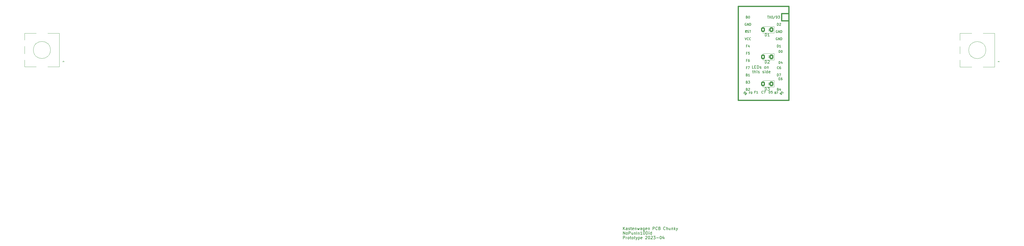
<source format=gto>
G04 #@! TF.GenerationSoftware,KiCad,Pcbnew,7.0.1*
G04 #@! TF.CreationDate,2023-04-12T10:33:03-04:00*
G04 #@! TF.ProjectId,kastenwagen-1840-chunky,6b617374-656e-4776-9167-656e2d313834,rev?*
G04 #@! TF.SameCoordinates,Original*
G04 #@! TF.FileFunction,Legend,Top*
G04 #@! TF.FilePolarity,Positive*
%FSLAX46Y46*%
G04 Gerber Fmt 4.6, Leading zero omitted, Abs format (unit mm)*
G04 Created by KiCad (PCBNEW 7.0.1) date 2023-04-12 10:33:03*
%MOMM*%
%LPD*%
G01*
G04 APERTURE LIST*
G04 Aperture macros list*
%AMRoundRect*
0 Rectangle with rounded corners*
0 $1 Rounding radius*
0 $2 $3 $4 $5 $6 $7 $8 $9 X,Y pos of 4 corners*
0 Add a 4 corners polygon primitive as box body*
4,1,4,$2,$3,$4,$5,$6,$7,$8,$9,$2,$3,0*
0 Add four circle primitives for the rounded corners*
1,1,$1+$1,$2,$3*
1,1,$1+$1,$4,$5*
1,1,$1+$1,$6,$7*
1,1,$1+$1,$8,$9*
0 Add four rect primitives between the rounded corners*
20,1,$1+$1,$2,$3,$4,$5,0*
20,1,$1+$1,$4,$5,$6,$7,0*
20,1,$1+$1,$6,$7,$8,$9,0*
20,1,$1+$1,$8,$9,$2,$3,0*%
G04 Aperture macros list end*
%ADD10C,0.150000*%
%ADD11C,0.120000*%
%ADD12C,0.381000*%
%ADD13R,1.752600X1.752600*%
%ADD14C,1.752600*%
%ADD15RoundRect,0.250001X0.462499X0.624999X-0.462499X0.624999X-0.462499X-0.624999X0.462499X-0.624999X0*%
%ADD16C,1.750000*%
%ADD17C,3.987800*%
%ADD18C,3.048000*%
%ADD19R,2.000000X2.000000*%
%ADD20C,2.000000*%
G04 APERTURE END LIST*
D10*
X280619048Y-36995952D02*
X281380953Y-37281666D01*
X281380953Y-37281666D02*
X280619048Y-37567380D01*
X280669048Y-18065952D02*
X281430953Y-18351666D01*
X281430953Y-18351666D02*
X280669048Y-18637380D01*
X229631845Y-88536369D02*
X229631845Y-87536369D01*
X230203273Y-88536369D02*
X229774702Y-87964940D01*
X230203273Y-87536369D02*
X229631845Y-88107797D01*
X231060416Y-88536369D02*
X231060416Y-88012559D01*
X231060416Y-88012559D02*
X231012797Y-87917321D01*
X231012797Y-87917321D02*
X230917559Y-87869702D01*
X230917559Y-87869702D02*
X230727083Y-87869702D01*
X230727083Y-87869702D02*
X230631845Y-87917321D01*
X231060416Y-88488750D02*
X230965178Y-88536369D01*
X230965178Y-88536369D02*
X230727083Y-88536369D01*
X230727083Y-88536369D02*
X230631845Y-88488750D01*
X230631845Y-88488750D02*
X230584226Y-88393511D01*
X230584226Y-88393511D02*
X230584226Y-88298273D01*
X230584226Y-88298273D02*
X230631845Y-88203035D01*
X230631845Y-88203035D02*
X230727083Y-88155416D01*
X230727083Y-88155416D02*
X230965178Y-88155416D01*
X230965178Y-88155416D02*
X231060416Y-88107797D01*
X231488988Y-88488750D02*
X231584226Y-88536369D01*
X231584226Y-88536369D02*
X231774702Y-88536369D01*
X231774702Y-88536369D02*
X231869940Y-88488750D01*
X231869940Y-88488750D02*
X231917559Y-88393511D01*
X231917559Y-88393511D02*
X231917559Y-88345892D01*
X231917559Y-88345892D02*
X231869940Y-88250654D01*
X231869940Y-88250654D02*
X231774702Y-88203035D01*
X231774702Y-88203035D02*
X231631845Y-88203035D01*
X231631845Y-88203035D02*
X231536607Y-88155416D01*
X231536607Y-88155416D02*
X231488988Y-88060178D01*
X231488988Y-88060178D02*
X231488988Y-88012559D01*
X231488988Y-88012559D02*
X231536607Y-87917321D01*
X231536607Y-87917321D02*
X231631845Y-87869702D01*
X231631845Y-87869702D02*
X231774702Y-87869702D01*
X231774702Y-87869702D02*
X231869940Y-87917321D01*
X232203274Y-87869702D02*
X232584226Y-87869702D01*
X232346131Y-87536369D02*
X232346131Y-88393511D01*
X232346131Y-88393511D02*
X232393750Y-88488750D01*
X232393750Y-88488750D02*
X232488988Y-88536369D01*
X232488988Y-88536369D02*
X232584226Y-88536369D01*
X233298512Y-88488750D02*
X233203274Y-88536369D01*
X233203274Y-88536369D02*
X233012798Y-88536369D01*
X233012798Y-88536369D02*
X232917560Y-88488750D01*
X232917560Y-88488750D02*
X232869941Y-88393511D01*
X232869941Y-88393511D02*
X232869941Y-88012559D01*
X232869941Y-88012559D02*
X232917560Y-87917321D01*
X232917560Y-87917321D02*
X233012798Y-87869702D01*
X233012798Y-87869702D02*
X233203274Y-87869702D01*
X233203274Y-87869702D02*
X233298512Y-87917321D01*
X233298512Y-87917321D02*
X233346131Y-88012559D01*
X233346131Y-88012559D02*
X233346131Y-88107797D01*
X233346131Y-88107797D02*
X232869941Y-88203035D01*
X233774703Y-87869702D02*
X233774703Y-88536369D01*
X233774703Y-87964940D02*
X233822322Y-87917321D01*
X233822322Y-87917321D02*
X233917560Y-87869702D01*
X233917560Y-87869702D02*
X234060417Y-87869702D01*
X234060417Y-87869702D02*
X234155655Y-87917321D01*
X234155655Y-87917321D02*
X234203274Y-88012559D01*
X234203274Y-88012559D02*
X234203274Y-88536369D01*
X234584227Y-87869702D02*
X234774703Y-88536369D01*
X234774703Y-88536369D02*
X234965179Y-88060178D01*
X234965179Y-88060178D02*
X235155655Y-88536369D01*
X235155655Y-88536369D02*
X235346131Y-87869702D01*
X236155655Y-88536369D02*
X236155655Y-88012559D01*
X236155655Y-88012559D02*
X236108036Y-87917321D01*
X236108036Y-87917321D02*
X236012798Y-87869702D01*
X236012798Y-87869702D02*
X235822322Y-87869702D01*
X235822322Y-87869702D02*
X235727084Y-87917321D01*
X236155655Y-88488750D02*
X236060417Y-88536369D01*
X236060417Y-88536369D02*
X235822322Y-88536369D01*
X235822322Y-88536369D02*
X235727084Y-88488750D01*
X235727084Y-88488750D02*
X235679465Y-88393511D01*
X235679465Y-88393511D02*
X235679465Y-88298273D01*
X235679465Y-88298273D02*
X235727084Y-88203035D01*
X235727084Y-88203035D02*
X235822322Y-88155416D01*
X235822322Y-88155416D02*
X236060417Y-88155416D01*
X236060417Y-88155416D02*
X236155655Y-88107797D01*
X237060417Y-87869702D02*
X237060417Y-88679226D01*
X237060417Y-88679226D02*
X237012798Y-88774464D01*
X237012798Y-88774464D02*
X236965179Y-88822083D01*
X236965179Y-88822083D02*
X236869941Y-88869702D01*
X236869941Y-88869702D02*
X236727084Y-88869702D01*
X236727084Y-88869702D02*
X236631846Y-88822083D01*
X237060417Y-88488750D02*
X236965179Y-88536369D01*
X236965179Y-88536369D02*
X236774703Y-88536369D01*
X236774703Y-88536369D02*
X236679465Y-88488750D01*
X236679465Y-88488750D02*
X236631846Y-88441130D01*
X236631846Y-88441130D02*
X236584227Y-88345892D01*
X236584227Y-88345892D02*
X236584227Y-88060178D01*
X236584227Y-88060178D02*
X236631846Y-87964940D01*
X236631846Y-87964940D02*
X236679465Y-87917321D01*
X236679465Y-87917321D02*
X236774703Y-87869702D01*
X236774703Y-87869702D02*
X236965179Y-87869702D01*
X236965179Y-87869702D02*
X237060417Y-87917321D01*
X237917560Y-88488750D02*
X237822322Y-88536369D01*
X237822322Y-88536369D02*
X237631846Y-88536369D01*
X237631846Y-88536369D02*
X237536608Y-88488750D01*
X237536608Y-88488750D02*
X237488989Y-88393511D01*
X237488989Y-88393511D02*
X237488989Y-88012559D01*
X237488989Y-88012559D02*
X237536608Y-87917321D01*
X237536608Y-87917321D02*
X237631846Y-87869702D01*
X237631846Y-87869702D02*
X237822322Y-87869702D01*
X237822322Y-87869702D02*
X237917560Y-87917321D01*
X237917560Y-87917321D02*
X237965179Y-88012559D01*
X237965179Y-88012559D02*
X237965179Y-88107797D01*
X237965179Y-88107797D02*
X237488989Y-88203035D01*
X238393751Y-87869702D02*
X238393751Y-88536369D01*
X238393751Y-87964940D02*
X238441370Y-87917321D01*
X238441370Y-87917321D02*
X238536608Y-87869702D01*
X238536608Y-87869702D02*
X238679465Y-87869702D01*
X238679465Y-87869702D02*
X238774703Y-87917321D01*
X238774703Y-87917321D02*
X238822322Y-88012559D01*
X238822322Y-88012559D02*
X238822322Y-88536369D01*
X240060418Y-88536369D02*
X240060418Y-87536369D01*
X240060418Y-87536369D02*
X240441370Y-87536369D01*
X240441370Y-87536369D02*
X240536608Y-87583988D01*
X240536608Y-87583988D02*
X240584227Y-87631607D01*
X240584227Y-87631607D02*
X240631846Y-87726845D01*
X240631846Y-87726845D02*
X240631846Y-87869702D01*
X240631846Y-87869702D02*
X240584227Y-87964940D01*
X240584227Y-87964940D02*
X240536608Y-88012559D01*
X240536608Y-88012559D02*
X240441370Y-88060178D01*
X240441370Y-88060178D02*
X240060418Y-88060178D01*
X241631846Y-88441130D02*
X241584227Y-88488750D01*
X241584227Y-88488750D02*
X241441370Y-88536369D01*
X241441370Y-88536369D02*
X241346132Y-88536369D01*
X241346132Y-88536369D02*
X241203275Y-88488750D01*
X241203275Y-88488750D02*
X241108037Y-88393511D01*
X241108037Y-88393511D02*
X241060418Y-88298273D01*
X241060418Y-88298273D02*
X241012799Y-88107797D01*
X241012799Y-88107797D02*
X241012799Y-87964940D01*
X241012799Y-87964940D02*
X241060418Y-87774464D01*
X241060418Y-87774464D02*
X241108037Y-87679226D01*
X241108037Y-87679226D02*
X241203275Y-87583988D01*
X241203275Y-87583988D02*
X241346132Y-87536369D01*
X241346132Y-87536369D02*
X241441370Y-87536369D01*
X241441370Y-87536369D02*
X241584227Y-87583988D01*
X241584227Y-87583988D02*
X241631846Y-87631607D01*
X242393751Y-88012559D02*
X242536608Y-88060178D01*
X242536608Y-88060178D02*
X242584227Y-88107797D01*
X242584227Y-88107797D02*
X242631846Y-88203035D01*
X242631846Y-88203035D02*
X242631846Y-88345892D01*
X242631846Y-88345892D02*
X242584227Y-88441130D01*
X242584227Y-88441130D02*
X242536608Y-88488750D01*
X242536608Y-88488750D02*
X242441370Y-88536369D01*
X242441370Y-88536369D02*
X242060418Y-88536369D01*
X242060418Y-88536369D02*
X242060418Y-87536369D01*
X242060418Y-87536369D02*
X242393751Y-87536369D01*
X242393751Y-87536369D02*
X242488989Y-87583988D01*
X242488989Y-87583988D02*
X242536608Y-87631607D01*
X242536608Y-87631607D02*
X242584227Y-87726845D01*
X242584227Y-87726845D02*
X242584227Y-87822083D01*
X242584227Y-87822083D02*
X242536608Y-87917321D01*
X242536608Y-87917321D02*
X242488989Y-87964940D01*
X242488989Y-87964940D02*
X242393751Y-88012559D01*
X242393751Y-88012559D02*
X242060418Y-88012559D01*
X244393751Y-88441130D02*
X244346132Y-88488750D01*
X244346132Y-88488750D02*
X244203275Y-88536369D01*
X244203275Y-88536369D02*
X244108037Y-88536369D01*
X244108037Y-88536369D02*
X243965180Y-88488750D01*
X243965180Y-88488750D02*
X243869942Y-88393511D01*
X243869942Y-88393511D02*
X243822323Y-88298273D01*
X243822323Y-88298273D02*
X243774704Y-88107797D01*
X243774704Y-88107797D02*
X243774704Y-87964940D01*
X243774704Y-87964940D02*
X243822323Y-87774464D01*
X243822323Y-87774464D02*
X243869942Y-87679226D01*
X243869942Y-87679226D02*
X243965180Y-87583988D01*
X243965180Y-87583988D02*
X244108037Y-87536369D01*
X244108037Y-87536369D02*
X244203275Y-87536369D01*
X244203275Y-87536369D02*
X244346132Y-87583988D01*
X244346132Y-87583988D02*
X244393751Y-87631607D01*
X244822323Y-88536369D02*
X244822323Y-87536369D01*
X245250894Y-88536369D02*
X245250894Y-88012559D01*
X245250894Y-88012559D02*
X245203275Y-87917321D01*
X245203275Y-87917321D02*
X245108037Y-87869702D01*
X245108037Y-87869702D02*
X244965180Y-87869702D01*
X244965180Y-87869702D02*
X244869942Y-87917321D01*
X244869942Y-87917321D02*
X244822323Y-87964940D01*
X246155656Y-87869702D02*
X246155656Y-88536369D01*
X245727085Y-87869702D02*
X245727085Y-88393511D01*
X245727085Y-88393511D02*
X245774704Y-88488750D01*
X245774704Y-88488750D02*
X245869942Y-88536369D01*
X245869942Y-88536369D02*
X246012799Y-88536369D01*
X246012799Y-88536369D02*
X246108037Y-88488750D01*
X246108037Y-88488750D02*
X246155656Y-88441130D01*
X246631847Y-87869702D02*
X246631847Y-88536369D01*
X246631847Y-87964940D02*
X246679466Y-87917321D01*
X246679466Y-87917321D02*
X246774704Y-87869702D01*
X246774704Y-87869702D02*
X246917561Y-87869702D01*
X246917561Y-87869702D02*
X247012799Y-87917321D01*
X247012799Y-87917321D02*
X247060418Y-88012559D01*
X247060418Y-88012559D02*
X247060418Y-88536369D01*
X247536609Y-88536369D02*
X247536609Y-87536369D01*
X247631847Y-88155416D02*
X247917561Y-88536369D01*
X247917561Y-87869702D02*
X247536609Y-88250654D01*
X248250895Y-87869702D02*
X248488990Y-88536369D01*
X248727085Y-87869702D02*
X248488990Y-88536369D01*
X248488990Y-88536369D02*
X248393752Y-88774464D01*
X248393752Y-88774464D02*
X248346133Y-88822083D01*
X248346133Y-88822083D02*
X248250895Y-88869702D01*
X229631845Y-90156369D02*
X229631845Y-89156369D01*
X229631845Y-89156369D02*
X230203273Y-90156369D01*
X230203273Y-90156369D02*
X230203273Y-89156369D01*
X230822321Y-90156369D02*
X230727083Y-90108750D01*
X230727083Y-90108750D02*
X230679464Y-90061130D01*
X230679464Y-90061130D02*
X230631845Y-89965892D01*
X230631845Y-89965892D02*
X230631845Y-89680178D01*
X230631845Y-89680178D02*
X230679464Y-89584940D01*
X230679464Y-89584940D02*
X230727083Y-89537321D01*
X230727083Y-89537321D02*
X230822321Y-89489702D01*
X230822321Y-89489702D02*
X230965178Y-89489702D01*
X230965178Y-89489702D02*
X231060416Y-89537321D01*
X231060416Y-89537321D02*
X231108035Y-89584940D01*
X231108035Y-89584940D02*
X231155654Y-89680178D01*
X231155654Y-89680178D02*
X231155654Y-89965892D01*
X231155654Y-89965892D02*
X231108035Y-90061130D01*
X231108035Y-90061130D02*
X231060416Y-90108750D01*
X231060416Y-90108750D02*
X230965178Y-90156369D01*
X230965178Y-90156369D02*
X230822321Y-90156369D01*
X231584226Y-90156369D02*
X231584226Y-89156369D01*
X231584226Y-89156369D02*
X231965178Y-89156369D01*
X231965178Y-89156369D02*
X232060416Y-89203988D01*
X232060416Y-89203988D02*
X232108035Y-89251607D01*
X232108035Y-89251607D02*
X232155654Y-89346845D01*
X232155654Y-89346845D02*
X232155654Y-89489702D01*
X232155654Y-89489702D02*
X232108035Y-89584940D01*
X232108035Y-89584940D02*
X232060416Y-89632559D01*
X232060416Y-89632559D02*
X231965178Y-89680178D01*
X231965178Y-89680178D02*
X231584226Y-89680178D01*
X233012797Y-89489702D02*
X233012797Y-90156369D01*
X232584226Y-89489702D02*
X232584226Y-90013511D01*
X232584226Y-90013511D02*
X232631845Y-90108750D01*
X232631845Y-90108750D02*
X232727083Y-90156369D01*
X232727083Y-90156369D02*
X232869940Y-90156369D01*
X232869940Y-90156369D02*
X232965178Y-90108750D01*
X232965178Y-90108750D02*
X233012797Y-90061130D01*
X233488988Y-89489702D02*
X233488988Y-90156369D01*
X233488988Y-89584940D02*
X233536607Y-89537321D01*
X233536607Y-89537321D02*
X233631845Y-89489702D01*
X233631845Y-89489702D02*
X233774702Y-89489702D01*
X233774702Y-89489702D02*
X233869940Y-89537321D01*
X233869940Y-89537321D02*
X233917559Y-89632559D01*
X233917559Y-89632559D02*
X233917559Y-90156369D01*
X234393750Y-90156369D02*
X234393750Y-89156369D01*
X234869940Y-89489702D02*
X234869940Y-90156369D01*
X234869940Y-89584940D02*
X234917559Y-89537321D01*
X234917559Y-89537321D02*
X235012797Y-89489702D01*
X235012797Y-89489702D02*
X235155654Y-89489702D01*
X235155654Y-89489702D02*
X235250892Y-89537321D01*
X235250892Y-89537321D02*
X235298511Y-89632559D01*
X235298511Y-89632559D02*
X235298511Y-90156369D01*
X236298511Y-90156369D02*
X235727083Y-90156369D01*
X236012797Y-90156369D02*
X236012797Y-89156369D01*
X236012797Y-89156369D02*
X235917559Y-89299226D01*
X235917559Y-89299226D02*
X235822321Y-89394464D01*
X235822321Y-89394464D02*
X235727083Y-89442083D01*
X236917559Y-89156369D02*
X237012797Y-89156369D01*
X237012797Y-89156369D02*
X237108035Y-89203988D01*
X237108035Y-89203988D02*
X237155654Y-89251607D01*
X237155654Y-89251607D02*
X237203273Y-89346845D01*
X237203273Y-89346845D02*
X237250892Y-89537321D01*
X237250892Y-89537321D02*
X237250892Y-89775416D01*
X237250892Y-89775416D02*
X237203273Y-89965892D01*
X237203273Y-89965892D02*
X237155654Y-90061130D01*
X237155654Y-90061130D02*
X237108035Y-90108750D01*
X237108035Y-90108750D02*
X237012797Y-90156369D01*
X237012797Y-90156369D02*
X236917559Y-90156369D01*
X236917559Y-90156369D02*
X236822321Y-90108750D01*
X236822321Y-90108750D02*
X236774702Y-90061130D01*
X236774702Y-90061130D02*
X236727083Y-89965892D01*
X236727083Y-89965892D02*
X236679464Y-89775416D01*
X236679464Y-89775416D02*
X236679464Y-89537321D01*
X236679464Y-89537321D02*
X236727083Y-89346845D01*
X236727083Y-89346845D02*
X236774702Y-89251607D01*
X236774702Y-89251607D02*
X236822321Y-89203988D01*
X236822321Y-89203988D02*
X236917559Y-89156369D01*
X237679464Y-90156369D02*
X237679464Y-89156369D01*
X237679464Y-89156369D02*
X237917559Y-89156369D01*
X237917559Y-89156369D02*
X238060416Y-89203988D01*
X238060416Y-89203988D02*
X238155654Y-89299226D01*
X238155654Y-89299226D02*
X238203273Y-89394464D01*
X238203273Y-89394464D02*
X238250892Y-89584940D01*
X238250892Y-89584940D02*
X238250892Y-89727797D01*
X238250892Y-89727797D02*
X238203273Y-89918273D01*
X238203273Y-89918273D02*
X238155654Y-90013511D01*
X238155654Y-90013511D02*
X238060416Y-90108750D01*
X238060416Y-90108750D02*
X237917559Y-90156369D01*
X237917559Y-90156369D02*
X237679464Y-90156369D01*
X238679464Y-90156369D02*
X238679464Y-89489702D01*
X238679464Y-89156369D02*
X238631845Y-89203988D01*
X238631845Y-89203988D02*
X238679464Y-89251607D01*
X238679464Y-89251607D02*
X238727083Y-89203988D01*
X238727083Y-89203988D02*
X238679464Y-89156369D01*
X238679464Y-89156369D02*
X238679464Y-89251607D01*
X239584225Y-90156369D02*
X239584225Y-89156369D01*
X239584225Y-90108750D02*
X239488987Y-90156369D01*
X239488987Y-90156369D02*
X239298511Y-90156369D01*
X239298511Y-90156369D02*
X239203273Y-90108750D01*
X239203273Y-90108750D02*
X239155654Y-90061130D01*
X239155654Y-90061130D02*
X239108035Y-89965892D01*
X239108035Y-89965892D02*
X239108035Y-89680178D01*
X239108035Y-89680178D02*
X239155654Y-89584940D01*
X239155654Y-89584940D02*
X239203273Y-89537321D01*
X239203273Y-89537321D02*
X239298511Y-89489702D01*
X239298511Y-89489702D02*
X239488987Y-89489702D01*
X239488987Y-89489702D02*
X239584225Y-89537321D01*
X229631845Y-91776369D02*
X229631845Y-90776369D01*
X229631845Y-90776369D02*
X230012797Y-90776369D01*
X230012797Y-90776369D02*
X230108035Y-90823988D01*
X230108035Y-90823988D02*
X230155654Y-90871607D01*
X230155654Y-90871607D02*
X230203273Y-90966845D01*
X230203273Y-90966845D02*
X230203273Y-91109702D01*
X230203273Y-91109702D02*
X230155654Y-91204940D01*
X230155654Y-91204940D02*
X230108035Y-91252559D01*
X230108035Y-91252559D02*
X230012797Y-91300178D01*
X230012797Y-91300178D02*
X229631845Y-91300178D01*
X230631845Y-91776369D02*
X230631845Y-91109702D01*
X230631845Y-91300178D02*
X230679464Y-91204940D01*
X230679464Y-91204940D02*
X230727083Y-91157321D01*
X230727083Y-91157321D02*
X230822321Y-91109702D01*
X230822321Y-91109702D02*
X230917559Y-91109702D01*
X231393750Y-91776369D02*
X231298512Y-91728750D01*
X231298512Y-91728750D02*
X231250893Y-91681130D01*
X231250893Y-91681130D02*
X231203274Y-91585892D01*
X231203274Y-91585892D02*
X231203274Y-91300178D01*
X231203274Y-91300178D02*
X231250893Y-91204940D01*
X231250893Y-91204940D02*
X231298512Y-91157321D01*
X231298512Y-91157321D02*
X231393750Y-91109702D01*
X231393750Y-91109702D02*
X231536607Y-91109702D01*
X231536607Y-91109702D02*
X231631845Y-91157321D01*
X231631845Y-91157321D02*
X231679464Y-91204940D01*
X231679464Y-91204940D02*
X231727083Y-91300178D01*
X231727083Y-91300178D02*
X231727083Y-91585892D01*
X231727083Y-91585892D02*
X231679464Y-91681130D01*
X231679464Y-91681130D02*
X231631845Y-91728750D01*
X231631845Y-91728750D02*
X231536607Y-91776369D01*
X231536607Y-91776369D02*
X231393750Y-91776369D01*
X232012798Y-91109702D02*
X232393750Y-91109702D01*
X232155655Y-90776369D02*
X232155655Y-91633511D01*
X232155655Y-91633511D02*
X232203274Y-91728750D01*
X232203274Y-91728750D02*
X232298512Y-91776369D01*
X232298512Y-91776369D02*
X232393750Y-91776369D01*
X232869941Y-91776369D02*
X232774703Y-91728750D01*
X232774703Y-91728750D02*
X232727084Y-91681130D01*
X232727084Y-91681130D02*
X232679465Y-91585892D01*
X232679465Y-91585892D02*
X232679465Y-91300178D01*
X232679465Y-91300178D02*
X232727084Y-91204940D01*
X232727084Y-91204940D02*
X232774703Y-91157321D01*
X232774703Y-91157321D02*
X232869941Y-91109702D01*
X232869941Y-91109702D02*
X233012798Y-91109702D01*
X233012798Y-91109702D02*
X233108036Y-91157321D01*
X233108036Y-91157321D02*
X233155655Y-91204940D01*
X233155655Y-91204940D02*
X233203274Y-91300178D01*
X233203274Y-91300178D02*
X233203274Y-91585892D01*
X233203274Y-91585892D02*
X233155655Y-91681130D01*
X233155655Y-91681130D02*
X233108036Y-91728750D01*
X233108036Y-91728750D02*
X233012798Y-91776369D01*
X233012798Y-91776369D02*
X232869941Y-91776369D01*
X233488989Y-91109702D02*
X233869941Y-91109702D01*
X233631846Y-90776369D02*
X233631846Y-91633511D01*
X233631846Y-91633511D02*
X233679465Y-91728750D01*
X233679465Y-91728750D02*
X233774703Y-91776369D01*
X233774703Y-91776369D02*
X233869941Y-91776369D01*
X234108037Y-91109702D02*
X234346132Y-91776369D01*
X234584227Y-91109702D02*
X234346132Y-91776369D01*
X234346132Y-91776369D02*
X234250894Y-92014464D01*
X234250894Y-92014464D02*
X234203275Y-92062083D01*
X234203275Y-92062083D02*
X234108037Y-92109702D01*
X234965180Y-91109702D02*
X234965180Y-92109702D01*
X234965180Y-91157321D02*
X235060418Y-91109702D01*
X235060418Y-91109702D02*
X235250894Y-91109702D01*
X235250894Y-91109702D02*
X235346132Y-91157321D01*
X235346132Y-91157321D02*
X235393751Y-91204940D01*
X235393751Y-91204940D02*
X235441370Y-91300178D01*
X235441370Y-91300178D02*
X235441370Y-91585892D01*
X235441370Y-91585892D02*
X235393751Y-91681130D01*
X235393751Y-91681130D02*
X235346132Y-91728750D01*
X235346132Y-91728750D02*
X235250894Y-91776369D01*
X235250894Y-91776369D02*
X235060418Y-91776369D01*
X235060418Y-91776369D02*
X234965180Y-91728750D01*
X236250894Y-91728750D02*
X236155656Y-91776369D01*
X236155656Y-91776369D02*
X235965180Y-91776369D01*
X235965180Y-91776369D02*
X235869942Y-91728750D01*
X235869942Y-91728750D02*
X235822323Y-91633511D01*
X235822323Y-91633511D02*
X235822323Y-91252559D01*
X235822323Y-91252559D02*
X235869942Y-91157321D01*
X235869942Y-91157321D02*
X235965180Y-91109702D01*
X235965180Y-91109702D02*
X236155656Y-91109702D01*
X236155656Y-91109702D02*
X236250894Y-91157321D01*
X236250894Y-91157321D02*
X236298513Y-91252559D01*
X236298513Y-91252559D02*
X236298513Y-91347797D01*
X236298513Y-91347797D02*
X235822323Y-91443035D01*
X237441371Y-90871607D02*
X237488990Y-90823988D01*
X237488990Y-90823988D02*
X237584228Y-90776369D01*
X237584228Y-90776369D02*
X237822323Y-90776369D01*
X237822323Y-90776369D02*
X237917561Y-90823988D01*
X237917561Y-90823988D02*
X237965180Y-90871607D01*
X237965180Y-90871607D02*
X238012799Y-90966845D01*
X238012799Y-90966845D02*
X238012799Y-91062083D01*
X238012799Y-91062083D02*
X237965180Y-91204940D01*
X237965180Y-91204940D02*
X237393752Y-91776369D01*
X237393752Y-91776369D02*
X238012799Y-91776369D01*
X238631847Y-90776369D02*
X238727085Y-90776369D01*
X238727085Y-90776369D02*
X238822323Y-90823988D01*
X238822323Y-90823988D02*
X238869942Y-90871607D01*
X238869942Y-90871607D02*
X238917561Y-90966845D01*
X238917561Y-90966845D02*
X238965180Y-91157321D01*
X238965180Y-91157321D02*
X238965180Y-91395416D01*
X238965180Y-91395416D02*
X238917561Y-91585892D01*
X238917561Y-91585892D02*
X238869942Y-91681130D01*
X238869942Y-91681130D02*
X238822323Y-91728750D01*
X238822323Y-91728750D02*
X238727085Y-91776369D01*
X238727085Y-91776369D02*
X238631847Y-91776369D01*
X238631847Y-91776369D02*
X238536609Y-91728750D01*
X238536609Y-91728750D02*
X238488990Y-91681130D01*
X238488990Y-91681130D02*
X238441371Y-91585892D01*
X238441371Y-91585892D02*
X238393752Y-91395416D01*
X238393752Y-91395416D02*
X238393752Y-91157321D01*
X238393752Y-91157321D02*
X238441371Y-90966845D01*
X238441371Y-90966845D02*
X238488990Y-90871607D01*
X238488990Y-90871607D02*
X238536609Y-90823988D01*
X238536609Y-90823988D02*
X238631847Y-90776369D01*
X239346133Y-90871607D02*
X239393752Y-90823988D01*
X239393752Y-90823988D02*
X239488990Y-90776369D01*
X239488990Y-90776369D02*
X239727085Y-90776369D01*
X239727085Y-90776369D02*
X239822323Y-90823988D01*
X239822323Y-90823988D02*
X239869942Y-90871607D01*
X239869942Y-90871607D02*
X239917561Y-90966845D01*
X239917561Y-90966845D02*
X239917561Y-91062083D01*
X239917561Y-91062083D02*
X239869942Y-91204940D01*
X239869942Y-91204940D02*
X239298514Y-91776369D01*
X239298514Y-91776369D02*
X239917561Y-91776369D01*
X240250895Y-90776369D02*
X240869942Y-90776369D01*
X240869942Y-90776369D02*
X240536609Y-91157321D01*
X240536609Y-91157321D02*
X240679466Y-91157321D01*
X240679466Y-91157321D02*
X240774704Y-91204940D01*
X240774704Y-91204940D02*
X240822323Y-91252559D01*
X240822323Y-91252559D02*
X240869942Y-91347797D01*
X240869942Y-91347797D02*
X240869942Y-91585892D01*
X240869942Y-91585892D02*
X240822323Y-91681130D01*
X240822323Y-91681130D02*
X240774704Y-91728750D01*
X240774704Y-91728750D02*
X240679466Y-91776369D01*
X240679466Y-91776369D02*
X240393752Y-91776369D01*
X240393752Y-91776369D02*
X240298514Y-91728750D01*
X240298514Y-91728750D02*
X240250895Y-91681130D01*
X241298514Y-91395416D02*
X242060419Y-91395416D01*
X242727085Y-90776369D02*
X242822323Y-90776369D01*
X242822323Y-90776369D02*
X242917561Y-90823988D01*
X242917561Y-90823988D02*
X242965180Y-90871607D01*
X242965180Y-90871607D02*
X243012799Y-90966845D01*
X243012799Y-90966845D02*
X243060418Y-91157321D01*
X243060418Y-91157321D02*
X243060418Y-91395416D01*
X243060418Y-91395416D02*
X243012799Y-91585892D01*
X243012799Y-91585892D02*
X242965180Y-91681130D01*
X242965180Y-91681130D02*
X242917561Y-91728750D01*
X242917561Y-91728750D02*
X242822323Y-91776369D01*
X242822323Y-91776369D02*
X242727085Y-91776369D01*
X242727085Y-91776369D02*
X242631847Y-91728750D01*
X242631847Y-91728750D02*
X242584228Y-91681130D01*
X242584228Y-91681130D02*
X242536609Y-91585892D01*
X242536609Y-91585892D02*
X242488990Y-91395416D01*
X242488990Y-91395416D02*
X242488990Y-91157321D01*
X242488990Y-91157321D02*
X242536609Y-90966845D01*
X242536609Y-90966845D02*
X242584228Y-90871607D01*
X242584228Y-90871607D02*
X242631847Y-90823988D01*
X242631847Y-90823988D02*
X242727085Y-90776369D01*
X243917561Y-91109702D02*
X243917561Y-91776369D01*
X243679466Y-90728750D02*
X243441371Y-91443035D01*
X243441371Y-91443035D02*
X244060418Y-91443035D01*
X280669048Y-27465952D02*
X281430953Y-27751666D01*
X281430953Y-27751666D02*
X280669048Y-28037380D01*
X275466513Y-31859819D02*
X274990323Y-31859819D01*
X274990323Y-31859819D02*
X274990323Y-30859819D01*
X275799847Y-31336009D02*
X276133180Y-31336009D01*
X276276037Y-31859819D02*
X275799847Y-31859819D01*
X275799847Y-31859819D02*
X275799847Y-30859819D01*
X275799847Y-30859819D02*
X276276037Y-30859819D01*
X276704609Y-31859819D02*
X276704609Y-30859819D01*
X276704609Y-30859819D02*
X276942704Y-30859819D01*
X276942704Y-30859819D02*
X277085561Y-30907438D01*
X277085561Y-30907438D02*
X277180799Y-31002676D01*
X277180799Y-31002676D02*
X277228418Y-31097914D01*
X277228418Y-31097914D02*
X277276037Y-31288390D01*
X277276037Y-31288390D02*
X277276037Y-31431247D01*
X277276037Y-31431247D02*
X277228418Y-31621723D01*
X277228418Y-31621723D02*
X277180799Y-31716961D01*
X277180799Y-31716961D02*
X277085561Y-31812200D01*
X277085561Y-31812200D02*
X276942704Y-31859819D01*
X276942704Y-31859819D02*
X276704609Y-31859819D01*
X277656990Y-31812200D02*
X277752228Y-31859819D01*
X277752228Y-31859819D02*
X277942704Y-31859819D01*
X277942704Y-31859819D02*
X278037942Y-31812200D01*
X278037942Y-31812200D02*
X278085561Y-31716961D01*
X278085561Y-31716961D02*
X278085561Y-31669342D01*
X278085561Y-31669342D02*
X278037942Y-31574104D01*
X278037942Y-31574104D02*
X277942704Y-31526485D01*
X277942704Y-31526485D02*
X277799847Y-31526485D01*
X277799847Y-31526485D02*
X277704609Y-31478866D01*
X277704609Y-31478866D02*
X277656990Y-31383628D01*
X277656990Y-31383628D02*
X277656990Y-31336009D01*
X277656990Y-31336009D02*
X277704609Y-31240771D01*
X277704609Y-31240771D02*
X277799847Y-31193152D01*
X277799847Y-31193152D02*
X277942704Y-31193152D01*
X277942704Y-31193152D02*
X278037942Y-31240771D01*
X279418895Y-31859819D02*
X279323657Y-31812200D01*
X279323657Y-31812200D02*
X279276038Y-31764580D01*
X279276038Y-31764580D02*
X279228419Y-31669342D01*
X279228419Y-31669342D02*
X279228419Y-31383628D01*
X279228419Y-31383628D02*
X279276038Y-31288390D01*
X279276038Y-31288390D02*
X279323657Y-31240771D01*
X279323657Y-31240771D02*
X279418895Y-31193152D01*
X279418895Y-31193152D02*
X279561752Y-31193152D01*
X279561752Y-31193152D02*
X279656990Y-31240771D01*
X279656990Y-31240771D02*
X279704609Y-31288390D01*
X279704609Y-31288390D02*
X279752228Y-31383628D01*
X279752228Y-31383628D02*
X279752228Y-31669342D01*
X279752228Y-31669342D02*
X279704609Y-31764580D01*
X279704609Y-31764580D02*
X279656990Y-31812200D01*
X279656990Y-31812200D02*
X279561752Y-31859819D01*
X279561752Y-31859819D02*
X279418895Y-31859819D01*
X280180800Y-31193152D02*
X280180800Y-31859819D01*
X280180800Y-31288390D02*
X280228419Y-31240771D01*
X280228419Y-31240771D02*
X280323657Y-31193152D01*
X280323657Y-31193152D02*
X280466514Y-31193152D01*
X280466514Y-31193152D02*
X280561752Y-31240771D01*
X280561752Y-31240771D02*
X280609371Y-31336009D01*
X280609371Y-31336009D02*
X280609371Y-31859819D01*
X274990324Y-32813152D02*
X275371276Y-32813152D01*
X275133181Y-32479819D02*
X275133181Y-33336961D01*
X275133181Y-33336961D02*
X275180800Y-33432200D01*
X275180800Y-33432200D02*
X275276038Y-33479819D01*
X275276038Y-33479819D02*
X275371276Y-33479819D01*
X275704610Y-33479819D02*
X275704610Y-32479819D01*
X276133181Y-33479819D02*
X276133181Y-32956009D01*
X276133181Y-32956009D02*
X276085562Y-32860771D01*
X276085562Y-32860771D02*
X275990324Y-32813152D01*
X275990324Y-32813152D02*
X275847467Y-32813152D01*
X275847467Y-32813152D02*
X275752229Y-32860771D01*
X275752229Y-32860771D02*
X275704610Y-32908390D01*
X276609372Y-33479819D02*
X276609372Y-32813152D01*
X276609372Y-32479819D02*
X276561753Y-32527438D01*
X276561753Y-32527438D02*
X276609372Y-32575057D01*
X276609372Y-32575057D02*
X276656991Y-32527438D01*
X276656991Y-32527438D02*
X276609372Y-32479819D01*
X276609372Y-32479819D02*
X276609372Y-32575057D01*
X277037943Y-33432200D02*
X277133181Y-33479819D01*
X277133181Y-33479819D02*
X277323657Y-33479819D01*
X277323657Y-33479819D02*
X277418895Y-33432200D01*
X277418895Y-33432200D02*
X277466514Y-33336961D01*
X277466514Y-33336961D02*
X277466514Y-33289342D01*
X277466514Y-33289342D02*
X277418895Y-33194104D01*
X277418895Y-33194104D02*
X277323657Y-33146485D01*
X277323657Y-33146485D02*
X277180800Y-33146485D01*
X277180800Y-33146485D02*
X277085562Y-33098866D01*
X277085562Y-33098866D02*
X277037943Y-33003628D01*
X277037943Y-33003628D02*
X277037943Y-32956009D01*
X277037943Y-32956009D02*
X277085562Y-32860771D01*
X277085562Y-32860771D02*
X277180800Y-32813152D01*
X277180800Y-32813152D02*
X277323657Y-32813152D01*
X277323657Y-32813152D02*
X277418895Y-32860771D01*
X278609372Y-33432200D02*
X278704610Y-33479819D01*
X278704610Y-33479819D02*
X278895086Y-33479819D01*
X278895086Y-33479819D02*
X278990324Y-33432200D01*
X278990324Y-33432200D02*
X279037943Y-33336961D01*
X279037943Y-33336961D02*
X279037943Y-33289342D01*
X279037943Y-33289342D02*
X278990324Y-33194104D01*
X278990324Y-33194104D02*
X278895086Y-33146485D01*
X278895086Y-33146485D02*
X278752229Y-33146485D01*
X278752229Y-33146485D02*
X278656991Y-33098866D01*
X278656991Y-33098866D02*
X278609372Y-33003628D01*
X278609372Y-33003628D02*
X278609372Y-32956009D01*
X278609372Y-32956009D02*
X278656991Y-32860771D01*
X278656991Y-32860771D02*
X278752229Y-32813152D01*
X278752229Y-32813152D02*
X278895086Y-32813152D01*
X278895086Y-32813152D02*
X278990324Y-32860771D01*
X279466515Y-33479819D02*
X279466515Y-32813152D01*
X279466515Y-32479819D02*
X279418896Y-32527438D01*
X279418896Y-32527438D02*
X279466515Y-32575057D01*
X279466515Y-32575057D02*
X279514134Y-32527438D01*
X279514134Y-32527438D02*
X279466515Y-32479819D01*
X279466515Y-32479819D02*
X279466515Y-32575057D01*
X280371276Y-33479819D02*
X280371276Y-32479819D01*
X280371276Y-33432200D02*
X280276038Y-33479819D01*
X280276038Y-33479819D02*
X280085562Y-33479819D01*
X280085562Y-33479819D02*
X279990324Y-33432200D01*
X279990324Y-33432200D02*
X279942705Y-33384580D01*
X279942705Y-33384580D02*
X279895086Y-33289342D01*
X279895086Y-33289342D02*
X279895086Y-33003628D01*
X279895086Y-33003628D02*
X279942705Y-32908390D01*
X279942705Y-32908390D02*
X279990324Y-32860771D01*
X279990324Y-32860771D02*
X280085562Y-32813152D01*
X280085562Y-32813152D02*
X280276038Y-32813152D01*
X280276038Y-32813152D02*
X280371276Y-32860771D01*
X281228419Y-33432200D02*
X281133181Y-33479819D01*
X281133181Y-33479819D02*
X280942705Y-33479819D01*
X280942705Y-33479819D02*
X280847467Y-33432200D01*
X280847467Y-33432200D02*
X280799848Y-33336961D01*
X280799848Y-33336961D02*
X280799848Y-32956009D01*
X280799848Y-32956009D02*
X280847467Y-32860771D01*
X280847467Y-32860771D02*
X280942705Y-32813152D01*
X280942705Y-32813152D02*
X281133181Y-32813152D01*
X281133181Y-32813152D02*
X281228419Y-32860771D01*
X281228419Y-32860771D02*
X281276038Y-32956009D01*
X281276038Y-32956009D02*
X281276038Y-33051247D01*
X281276038Y-33051247D02*
X280799848Y-33146485D01*
G04 #@! TO.C,D2*
X279449405Y-30030119D02*
X279449405Y-29030119D01*
X279449405Y-29030119D02*
X279687500Y-29030119D01*
X279687500Y-29030119D02*
X279830357Y-29077738D01*
X279830357Y-29077738D02*
X279925595Y-29172976D01*
X279925595Y-29172976D02*
X279973214Y-29268214D01*
X279973214Y-29268214D02*
X280020833Y-29458690D01*
X280020833Y-29458690D02*
X280020833Y-29601547D01*
X280020833Y-29601547D02*
X279973214Y-29792023D01*
X279973214Y-29792023D02*
X279925595Y-29887261D01*
X279925595Y-29887261D02*
X279830357Y-29982500D01*
X279830357Y-29982500D02*
X279687500Y-30030119D01*
X279687500Y-30030119D02*
X279449405Y-30030119D01*
X280401786Y-29125357D02*
X280449405Y-29077738D01*
X280449405Y-29077738D02*
X280544643Y-29030119D01*
X280544643Y-29030119D02*
X280782738Y-29030119D01*
X280782738Y-29030119D02*
X280877976Y-29077738D01*
X280877976Y-29077738D02*
X280925595Y-29125357D01*
X280925595Y-29125357D02*
X280973214Y-29220595D01*
X280973214Y-29220595D02*
X280973214Y-29315833D01*
X280973214Y-29315833D02*
X280925595Y-29458690D01*
X280925595Y-29458690D02*
X280354167Y-30030119D01*
X280354167Y-30030119D02*
X280973214Y-30030119D01*
G04 #@! TO.C,D3*
X279449405Y-39532619D02*
X279449405Y-38532619D01*
X279449405Y-38532619D02*
X279687500Y-38532619D01*
X279687500Y-38532619D02*
X279830357Y-38580238D01*
X279830357Y-38580238D02*
X279925595Y-38675476D01*
X279925595Y-38675476D02*
X279973214Y-38770714D01*
X279973214Y-38770714D02*
X280020833Y-38961190D01*
X280020833Y-38961190D02*
X280020833Y-39104047D01*
X280020833Y-39104047D02*
X279973214Y-39294523D01*
X279973214Y-39294523D02*
X279925595Y-39389761D01*
X279925595Y-39389761D02*
X279830357Y-39485000D01*
X279830357Y-39485000D02*
X279687500Y-39532619D01*
X279687500Y-39532619D02*
X279449405Y-39532619D01*
X280354167Y-38532619D02*
X280973214Y-38532619D01*
X280973214Y-38532619D02*
X280639881Y-38913571D01*
X280639881Y-38913571D02*
X280782738Y-38913571D01*
X280782738Y-38913571D02*
X280877976Y-38961190D01*
X280877976Y-38961190D02*
X280925595Y-39008809D01*
X280925595Y-39008809D02*
X280973214Y-39104047D01*
X280973214Y-39104047D02*
X280973214Y-39342142D01*
X280973214Y-39342142D02*
X280925595Y-39437380D01*
X280925595Y-39437380D02*
X280877976Y-39485000D01*
X280877976Y-39485000D02*
X280782738Y-39532619D01*
X280782738Y-39532619D02*
X280497024Y-39532619D01*
X280497024Y-39532619D02*
X280401786Y-39485000D01*
X280401786Y-39485000D02*
X280354167Y-39437380D01*
G04 #@! TO.C,D1*
X279449405Y-20532619D02*
X279449405Y-19532619D01*
X279449405Y-19532619D02*
X279687500Y-19532619D01*
X279687500Y-19532619D02*
X279830357Y-19580238D01*
X279830357Y-19580238D02*
X279925595Y-19675476D01*
X279925595Y-19675476D02*
X279973214Y-19770714D01*
X279973214Y-19770714D02*
X280020833Y-19961190D01*
X280020833Y-19961190D02*
X280020833Y-20104047D01*
X280020833Y-20104047D02*
X279973214Y-20294523D01*
X279973214Y-20294523D02*
X279925595Y-20389761D01*
X279925595Y-20389761D02*
X279830357Y-20485000D01*
X279830357Y-20485000D02*
X279687500Y-20532619D01*
X279687500Y-20532619D02*
X279449405Y-20532619D01*
X280973214Y-20532619D02*
X280401786Y-20532619D01*
X280687500Y-20532619D02*
X280687500Y-19532619D01*
X280687500Y-19532619D02*
X280592262Y-19675476D01*
X280592262Y-19675476D02*
X280497024Y-19770714D01*
X280497024Y-19770714D02*
X280401786Y-19818333D01*
G04 #@! TO.C,U1*
X283750524Y-24370095D02*
X283750524Y-23570095D01*
X283750524Y-23570095D02*
X283941000Y-23570095D01*
X283941000Y-23570095D02*
X284055286Y-23608190D01*
X284055286Y-23608190D02*
X284131476Y-23684380D01*
X284131476Y-23684380D02*
X284169571Y-23760571D01*
X284169571Y-23760571D02*
X284207667Y-23912952D01*
X284207667Y-23912952D02*
X284207667Y-24027238D01*
X284207667Y-24027238D02*
X284169571Y-24179619D01*
X284169571Y-24179619D02*
X284131476Y-24255809D01*
X284131476Y-24255809D02*
X284055286Y-24332000D01*
X284055286Y-24332000D02*
X283941000Y-24370095D01*
X283941000Y-24370095D02*
X283750524Y-24370095D01*
X284969571Y-24370095D02*
X284512428Y-24370095D01*
X284741000Y-24370095D02*
X284741000Y-23570095D01*
X284741000Y-23570095D02*
X284664809Y-23684380D01*
X284664809Y-23684380D02*
X284588619Y-23760571D01*
X284588619Y-23760571D02*
X284512428Y-23798666D01*
X280829524Y-40580095D02*
X280829524Y-39780095D01*
X280829524Y-39780095D02*
X281020000Y-39780095D01*
X281020000Y-39780095D02*
X281134286Y-39818190D01*
X281134286Y-39818190D02*
X281210476Y-39894380D01*
X281210476Y-39894380D02*
X281248571Y-39970571D01*
X281248571Y-39970571D02*
X281286667Y-40122952D01*
X281286667Y-40122952D02*
X281286667Y-40237238D01*
X281286667Y-40237238D02*
X281248571Y-40389619D01*
X281248571Y-40389619D02*
X281210476Y-40465809D01*
X281210476Y-40465809D02*
X281134286Y-40542000D01*
X281134286Y-40542000D02*
X281020000Y-40580095D01*
X281020000Y-40580095D02*
X280829524Y-40580095D01*
X282010476Y-39780095D02*
X281629524Y-39780095D01*
X281629524Y-39780095D02*
X281591428Y-40161047D01*
X281591428Y-40161047D02*
X281629524Y-40122952D01*
X281629524Y-40122952D02*
X281705714Y-40084857D01*
X281705714Y-40084857D02*
X281896190Y-40084857D01*
X281896190Y-40084857D02*
X281972381Y-40122952D01*
X281972381Y-40122952D02*
X282010476Y-40161047D01*
X282010476Y-40161047D02*
X282048571Y-40237238D01*
X282048571Y-40237238D02*
X282048571Y-40427714D01*
X282048571Y-40427714D02*
X282010476Y-40503904D01*
X282010476Y-40503904D02*
X281972381Y-40542000D01*
X281972381Y-40542000D02*
X281896190Y-40580095D01*
X281896190Y-40580095D02*
X281705714Y-40580095D01*
X281705714Y-40580095D02*
X281629524Y-40542000D01*
X281629524Y-40542000D02*
X281591428Y-40503904D01*
X273095190Y-34111047D02*
X273209476Y-34149142D01*
X273209476Y-34149142D02*
X273247571Y-34187238D01*
X273247571Y-34187238D02*
X273285667Y-34263428D01*
X273285667Y-34263428D02*
X273285667Y-34377714D01*
X273285667Y-34377714D02*
X273247571Y-34453904D01*
X273247571Y-34453904D02*
X273209476Y-34492000D01*
X273209476Y-34492000D02*
X273133286Y-34530095D01*
X273133286Y-34530095D02*
X272828524Y-34530095D01*
X272828524Y-34530095D02*
X272828524Y-33730095D01*
X272828524Y-33730095D02*
X273095190Y-33730095D01*
X273095190Y-33730095D02*
X273171381Y-33768190D01*
X273171381Y-33768190D02*
X273209476Y-33806285D01*
X273209476Y-33806285D02*
X273247571Y-33882476D01*
X273247571Y-33882476D02*
X273247571Y-33958666D01*
X273247571Y-33958666D02*
X273209476Y-34034857D01*
X273209476Y-34034857D02*
X273171381Y-34072952D01*
X273171381Y-34072952D02*
X273095190Y-34111047D01*
X273095190Y-34111047D02*
X272828524Y-34111047D01*
X274047571Y-34530095D02*
X273590428Y-34530095D01*
X273819000Y-34530095D02*
X273819000Y-33730095D01*
X273819000Y-33730095D02*
X273742809Y-33844380D01*
X273742809Y-33844380D02*
X273666619Y-33920571D01*
X273666619Y-33920571D02*
X273590428Y-33958666D01*
X284347619Y-35451047D02*
X284614285Y-35451047D01*
X284728571Y-35870095D02*
X284347619Y-35870095D01*
X284347619Y-35870095D02*
X284347619Y-35070095D01*
X284347619Y-35070095D02*
X284728571Y-35070095D01*
X285414286Y-35070095D02*
X285261905Y-35070095D01*
X285261905Y-35070095D02*
X285185714Y-35108190D01*
X285185714Y-35108190D02*
X285147619Y-35146285D01*
X285147619Y-35146285D02*
X285071429Y-35260571D01*
X285071429Y-35260571D02*
X285033333Y-35412952D01*
X285033333Y-35412952D02*
X285033333Y-35717714D01*
X285033333Y-35717714D02*
X285071429Y-35793904D01*
X285071429Y-35793904D02*
X285109524Y-35832000D01*
X285109524Y-35832000D02*
X285185714Y-35870095D01*
X285185714Y-35870095D02*
X285338095Y-35870095D01*
X285338095Y-35870095D02*
X285414286Y-35832000D01*
X285414286Y-35832000D02*
X285452381Y-35793904D01*
X285452381Y-35793904D02*
X285490476Y-35717714D01*
X285490476Y-35717714D02*
X285490476Y-35527238D01*
X285490476Y-35527238D02*
X285452381Y-35451047D01*
X285452381Y-35451047D02*
X285414286Y-35412952D01*
X285414286Y-35412952D02*
X285338095Y-35374857D01*
X285338095Y-35374857D02*
X285185714Y-35374857D01*
X285185714Y-35374857D02*
X285109524Y-35412952D01*
X285109524Y-35412952D02*
X285071429Y-35451047D01*
X285071429Y-35451047D02*
X285033333Y-35527238D01*
X284017190Y-39191047D02*
X284131476Y-39229142D01*
X284131476Y-39229142D02*
X284169571Y-39267238D01*
X284169571Y-39267238D02*
X284207667Y-39343428D01*
X284207667Y-39343428D02*
X284207667Y-39457714D01*
X284207667Y-39457714D02*
X284169571Y-39533904D01*
X284169571Y-39533904D02*
X284131476Y-39572000D01*
X284131476Y-39572000D02*
X284055286Y-39610095D01*
X284055286Y-39610095D02*
X283750524Y-39610095D01*
X283750524Y-39610095D02*
X283750524Y-38810095D01*
X283750524Y-38810095D02*
X284017190Y-38810095D01*
X284017190Y-38810095D02*
X284093381Y-38848190D01*
X284093381Y-38848190D02*
X284131476Y-38886285D01*
X284131476Y-38886285D02*
X284169571Y-38962476D01*
X284169571Y-38962476D02*
X284169571Y-39038666D01*
X284169571Y-39038666D02*
X284131476Y-39114857D01*
X284131476Y-39114857D02*
X284093381Y-39152952D01*
X284093381Y-39152952D02*
X284017190Y-39191047D01*
X284017190Y-39191047D02*
X283750524Y-39191047D01*
X284893381Y-39076761D02*
X284893381Y-39610095D01*
X284702905Y-38772000D02*
X284512428Y-39343428D01*
X284512428Y-39343428D02*
X285007667Y-39343428D01*
X273152333Y-31571047D02*
X272885667Y-31571047D01*
X272885667Y-31990095D02*
X272885667Y-31190095D01*
X272885667Y-31190095D02*
X273266619Y-31190095D01*
X273495190Y-31190095D02*
X274028524Y-31190095D01*
X274028524Y-31190095D02*
X273685666Y-31990095D01*
X272352333Y-21030095D02*
X272619000Y-21830095D01*
X272619000Y-21830095D02*
X272885666Y-21030095D01*
X273609476Y-21753904D02*
X273571380Y-21792000D01*
X273571380Y-21792000D02*
X273457095Y-21830095D01*
X273457095Y-21830095D02*
X273380904Y-21830095D01*
X273380904Y-21830095D02*
X273266618Y-21792000D01*
X273266618Y-21792000D02*
X273190428Y-21715809D01*
X273190428Y-21715809D02*
X273152333Y-21639619D01*
X273152333Y-21639619D02*
X273114237Y-21487238D01*
X273114237Y-21487238D02*
X273114237Y-21372952D01*
X273114237Y-21372952D02*
X273152333Y-21220571D01*
X273152333Y-21220571D02*
X273190428Y-21144380D01*
X273190428Y-21144380D02*
X273266618Y-21068190D01*
X273266618Y-21068190D02*
X273380904Y-21030095D01*
X273380904Y-21030095D02*
X273457095Y-21030095D01*
X273457095Y-21030095D02*
X273571380Y-21068190D01*
X273571380Y-21068190D02*
X273609476Y-21106285D01*
X274409476Y-21753904D02*
X274371380Y-21792000D01*
X274371380Y-21792000D02*
X274257095Y-21830095D01*
X274257095Y-21830095D02*
X274180904Y-21830095D01*
X274180904Y-21830095D02*
X274066618Y-21792000D01*
X274066618Y-21792000D02*
X273990428Y-21715809D01*
X273990428Y-21715809D02*
X273952333Y-21639619D01*
X273952333Y-21639619D02*
X273914237Y-21487238D01*
X273914237Y-21487238D02*
X273914237Y-21372952D01*
X273914237Y-21372952D02*
X273952333Y-21220571D01*
X273952333Y-21220571D02*
X273990428Y-21144380D01*
X273990428Y-21144380D02*
X274066618Y-21068190D01*
X274066618Y-21068190D02*
X274180904Y-21030095D01*
X274180904Y-21030095D02*
X274257095Y-21030095D01*
X274257095Y-21030095D02*
X274371380Y-21068190D01*
X274371380Y-21068190D02*
X274409476Y-21106285D01*
X283731476Y-18528190D02*
X283655286Y-18490095D01*
X283655286Y-18490095D02*
X283541000Y-18490095D01*
X283541000Y-18490095D02*
X283426714Y-18528190D01*
X283426714Y-18528190D02*
X283350524Y-18604380D01*
X283350524Y-18604380D02*
X283312429Y-18680571D01*
X283312429Y-18680571D02*
X283274333Y-18832952D01*
X283274333Y-18832952D02*
X283274333Y-18947238D01*
X283274333Y-18947238D02*
X283312429Y-19099619D01*
X283312429Y-19099619D02*
X283350524Y-19175809D01*
X283350524Y-19175809D02*
X283426714Y-19252000D01*
X283426714Y-19252000D02*
X283541000Y-19290095D01*
X283541000Y-19290095D02*
X283617191Y-19290095D01*
X283617191Y-19290095D02*
X283731476Y-19252000D01*
X283731476Y-19252000D02*
X283769572Y-19213904D01*
X283769572Y-19213904D02*
X283769572Y-18947238D01*
X283769572Y-18947238D02*
X283617191Y-18947238D01*
X284112429Y-19290095D02*
X284112429Y-18490095D01*
X284112429Y-18490095D02*
X284569572Y-19290095D01*
X284569572Y-19290095D02*
X284569572Y-18490095D01*
X284950524Y-19290095D02*
X284950524Y-18490095D01*
X284950524Y-18490095D02*
X285141000Y-18490095D01*
X285141000Y-18490095D02*
X285255286Y-18528190D01*
X285255286Y-18528190D02*
X285331476Y-18604380D01*
X285331476Y-18604380D02*
X285369571Y-18680571D01*
X285369571Y-18680571D02*
X285407667Y-18832952D01*
X285407667Y-18832952D02*
X285407667Y-18947238D01*
X285407667Y-18947238D02*
X285369571Y-19099619D01*
X285369571Y-19099619D02*
X285331476Y-19175809D01*
X285331476Y-19175809D02*
X285255286Y-19252000D01*
X285255286Y-19252000D02*
X285141000Y-19290095D01*
X285141000Y-19290095D02*
X284950524Y-19290095D01*
X284207667Y-31913904D02*
X284169571Y-31952000D01*
X284169571Y-31952000D02*
X284055286Y-31990095D01*
X284055286Y-31990095D02*
X283979095Y-31990095D01*
X283979095Y-31990095D02*
X283864809Y-31952000D01*
X283864809Y-31952000D02*
X283788619Y-31875809D01*
X283788619Y-31875809D02*
X283750524Y-31799619D01*
X283750524Y-31799619D02*
X283712428Y-31647238D01*
X283712428Y-31647238D02*
X283712428Y-31532952D01*
X283712428Y-31532952D02*
X283750524Y-31380571D01*
X283750524Y-31380571D02*
X283788619Y-31304380D01*
X283788619Y-31304380D02*
X283864809Y-31228190D01*
X283864809Y-31228190D02*
X283979095Y-31190095D01*
X283979095Y-31190095D02*
X284055286Y-31190095D01*
X284055286Y-31190095D02*
X284169571Y-31228190D01*
X284169571Y-31228190D02*
X284207667Y-31266285D01*
X284893381Y-31190095D02*
X284741000Y-31190095D01*
X284741000Y-31190095D02*
X284664809Y-31228190D01*
X284664809Y-31228190D02*
X284626714Y-31266285D01*
X284626714Y-31266285D02*
X284550524Y-31380571D01*
X284550524Y-31380571D02*
X284512428Y-31532952D01*
X284512428Y-31532952D02*
X284512428Y-31837714D01*
X284512428Y-31837714D02*
X284550524Y-31913904D01*
X284550524Y-31913904D02*
X284588619Y-31952000D01*
X284588619Y-31952000D02*
X284664809Y-31990095D01*
X284664809Y-31990095D02*
X284817190Y-31990095D01*
X284817190Y-31990095D02*
X284893381Y-31952000D01*
X284893381Y-31952000D02*
X284931476Y-31913904D01*
X284931476Y-31913904D02*
X284969571Y-31837714D01*
X284969571Y-31837714D02*
X284969571Y-31647238D01*
X284969571Y-31647238D02*
X284931476Y-31571047D01*
X284931476Y-31571047D02*
X284893381Y-31532952D01*
X284893381Y-31532952D02*
X284817190Y-31494857D01*
X284817190Y-31494857D02*
X284664809Y-31494857D01*
X284664809Y-31494857D02*
X284588619Y-31532952D01*
X284588619Y-31532952D02*
X284550524Y-31571047D01*
X284550524Y-31571047D02*
X284512428Y-31647238D01*
X280261395Y-13410095D02*
X280718538Y-13410095D01*
X280489966Y-14210095D02*
X280489966Y-13410095D01*
X280909014Y-13410095D02*
X281442348Y-14210095D01*
X281442348Y-13410095D02*
X280909014Y-14210095D01*
X281899491Y-13410095D02*
X281975681Y-13410095D01*
X281975681Y-13410095D02*
X282051872Y-13448190D01*
X282051872Y-13448190D02*
X282089967Y-13486285D01*
X282089967Y-13486285D02*
X282128062Y-13562476D01*
X282128062Y-13562476D02*
X282166157Y-13714857D01*
X282166157Y-13714857D02*
X282166157Y-13905333D01*
X282166157Y-13905333D02*
X282128062Y-14057714D01*
X282128062Y-14057714D02*
X282089967Y-14133904D01*
X282089967Y-14133904D02*
X282051872Y-14172000D01*
X282051872Y-14172000D02*
X281975681Y-14210095D01*
X281975681Y-14210095D02*
X281899491Y-14210095D01*
X281899491Y-14210095D02*
X281823300Y-14172000D01*
X281823300Y-14172000D02*
X281785205Y-14133904D01*
X281785205Y-14133904D02*
X281747110Y-14057714D01*
X281747110Y-14057714D02*
X281709014Y-13905333D01*
X281709014Y-13905333D02*
X281709014Y-13714857D01*
X281709014Y-13714857D02*
X281747110Y-13562476D01*
X281747110Y-13562476D02*
X281785205Y-13486285D01*
X281785205Y-13486285D02*
X281823300Y-13448190D01*
X281823300Y-13448190D02*
X281899491Y-13410095D01*
X283080443Y-13372000D02*
X282394729Y-14400571D01*
X283347110Y-14210095D02*
X283347110Y-13410095D01*
X283347110Y-13410095D02*
X283537586Y-13410095D01*
X283537586Y-13410095D02*
X283651872Y-13448190D01*
X283651872Y-13448190D02*
X283728062Y-13524380D01*
X283728062Y-13524380D02*
X283766157Y-13600571D01*
X283766157Y-13600571D02*
X283804253Y-13752952D01*
X283804253Y-13752952D02*
X283804253Y-13867238D01*
X283804253Y-13867238D02*
X283766157Y-14019619D01*
X283766157Y-14019619D02*
X283728062Y-14095809D01*
X283728062Y-14095809D02*
X283651872Y-14172000D01*
X283651872Y-14172000D02*
X283537586Y-14210095D01*
X283537586Y-14210095D02*
X283347110Y-14210095D01*
X284070919Y-13410095D02*
X284566157Y-13410095D01*
X284566157Y-13410095D02*
X284299491Y-13714857D01*
X284299491Y-13714857D02*
X284413776Y-13714857D01*
X284413776Y-13714857D02*
X284489967Y-13752952D01*
X284489967Y-13752952D02*
X284528062Y-13791047D01*
X284528062Y-13791047D02*
X284566157Y-13867238D01*
X284566157Y-13867238D02*
X284566157Y-14057714D01*
X284566157Y-14057714D02*
X284528062Y-14133904D01*
X284528062Y-14133904D02*
X284489967Y-14172000D01*
X284489967Y-14172000D02*
X284413776Y-14210095D01*
X284413776Y-14210095D02*
X284185205Y-14210095D01*
X284185205Y-14210095D02*
X284109014Y-14172000D01*
X284109014Y-14172000D02*
X284070919Y-14133904D01*
X273306666Y-19232000D02*
X273420952Y-19270095D01*
X273420952Y-19270095D02*
X273611428Y-19270095D01*
X273611428Y-19270095D02*
X273687619Y-19232000D01*
X273687619Y-19232000D02*
X273725714Y-19193904D01*
X273725714Y-19193904D02*
X273763809Y-19117714D01*
X273763809Y-19117714D02*
X273763809Y-19041523D01*
X273763809Y-19041523D02*
X273725714Y-18965333D01*
X273725714Y-18965333D02*
X273687619Y-18927238D01*
X273687619Y-18927238D02*
X273611428Y-18889142D01*
X273611428Y-18889142D02*
X273459047Y-18851047D01*
X273459047Y-18851047D02*
X273382857Y-18812952D01*
X273382857Y-18812952D02*
X273344762Y-18774857D01*
X273344762Y-18774857D02*
X273306666Y-18698666D01*
X273306666Y-18698666D02*
X273306666Y-18622476D01*
X273306666Y-18622476D02*
X273344762Y-18546285D01*
X273344762Y-18546285D02*
X273382857Y-18508190D01*
X273382857Y-18508190D02*
X273459047Y-18470095D01*
X273459047Y-18470095D02*
X273649524Y-18470095D01*
X273649524Y-18470095D02*
X273763809Y-18508190D01*
X273992381Y-18470095D02*
X274449524Y-18470095D01*
X274220952Y-19270095D02*
X274220952Y-18470095D01*
X285049365Y-40680058D02*
X285143646Y-40632918D01*
X285143646Y-40632918D02*
X285190786Y-40632918D01*
X285190786Y-40632918D02*
X285261497Y-40656488D01*
X285261497Y-40656488D02*
X285332208Y-40727199D01*
X285332208Y-40727199D02*
X285355778Y-40797910D01*
X285355778Y-40797910D02*
X285355778Y-40845050D01*
X285355778Y-40845050D02*
X285332208Y-40915761D01*
X285332208Y-40915761D02*
X285143646Y-41104323D01*
X285143646Y-41104323D02*
X284648671Y-40609348D01*
X284648671Y-40609348D02*
X284813663Y-40444356D01*
X284813663Y-40444356D02*
X284884373Y-40420786D01*
X284884373Y-40420786D02*
X284931514Y-40420786D01*
X284931514Y-40420786D02*
X285002225Y-40444356D01*
X285002225Y-40444356D02*
X285049365Y-40491497D01*
X285049365Y-40491497D02*
X285072935Y-40562207D01*
X285072935Y-40562207D02*
X285072935Y-40609348D01*
X285072935Y-40609348D02*
X285049365Y-40680058D01*
X285049365Y-40680058D02*
X284884373Y-40845050D01*
X285379348Y-39878671D02*
X285143646Y-40114373D01*
X285143646Y-40114373D02*
X285355778Y-40373646D01*
X285355778Y-40373646D02*
X285355778Y-40326505D01*
X285355778Y-40326505D02*
X285379348Y-40255794D01*
X285379348Y-40255794D02*
X285497199Y-40137943D01*
X285497199Y-40137943D02*
X285567910Y-40114373D01*
X285567910Y-40114373D02*
X285615050Y-40114373D01*
X285615050Y-40114373D02*
X285685761Y-40137943D01*
X285685761Y-40137943D02*
X285803612Y-40255794D01*
X285803612Y-40255794D02*
X285827183Y-40326505D01*
X285827183Y-40326505D02*
X285827183Y-40373646D01*
X285827183Y-40373646D02*
X285803612Y-40444356D01*
X285803612Y-40444356D02*
X285685761Y-40562207D01*
X285685761Y-40562207D02*
X285615050Y-40585778D01*
X285615050Y-40585778D02*
X285567910Y-40585778D01*
X283750524Y-34530095D02*
X283750524Y-33730095D01*
X283750524Y-33730095D02*
X283941000Y-33730095D01*
X283941000Y-33730095D02*
X284055286Y-33768190D01*
X284055286Y-33768190D02*
X284131476Y-33844380D01*
X284131476Y-33844380D02*
X284169571Y-33920571D01*
X284169571Y-33920571D02*
X284207667Y-34072952D01*
X284207667Y-34072952D02*
X284207667Y-34187238D01*
X284207667Y-34187238D02*
X284169571Y-34339619D01*
X284169571Y-34339619D02*
X284131476Y-34415809D01*
X284131476Y-34415809D02*
X284055286Y-34492000D01*
X284055286Y-34492000D02*
X283941000Y-34530095D01*
X283941000Y-34530095D02*
X283750524Y-34530095D01*
X284474333Y-33730095D02*
X285007667Y-33730095D01*
X285007667Y-33730095D02*
X284664809Y-34530095D01*
X278746667Y-40503904D02*
X278708571Y-40542000D01*
X278708571Y-40542000D02*
X278594286Y-40580095D01*
X278594286Y-40580095D02*
X278518095Y-40580095D01*
X278518095Y-40580095D02*
X278403809Y-40542000D01*
X278403809Y-40542000D02*
X278327619Y-40465809D01*
X278327619Y-40465809D02*
X278289524Y-40389619D01*
X278289524Y-40389619D02*
X278251428Y-40237238D01*
X278251428Y-40237238D02*
X278251428Y-40122952D01*
X278251428Y-40122952D02*
X278289524Y-39970571D01*
X278289524Y-39970571D02*
X278327619Y-39894380D01*
X278327619Y-39894380D02*
X278403809Y-39818190D01*
X278403809Y-39818190D02*
X278518095Y-39780095D01*
X278518095Y-39780095D02*
X278594286Y-39780095D01*
X278594286Y-39780095D02*
X278708571Y-39818190D01*
X278708571Y-39818190D02*
X278746667Y-39856285D01*
X279013333Y-39780095D02*
X279546667Y-39780095D01*
X279546667Y-39780095D02*
X279203809Y-40580095D01*
X273152333Y-23951047D02*
X272885667Y-23951047D01*
X272885667Y-24370095D02*
X272885667Y-23570095D01*
X272885667Y-23570095D02*
X273266619Y-23570095D01*
X273914238Y-23836761D02*
X273914238Y-24370095D01*
X273723762Y-23532000D02*
X273533285Y-24103428D01*
X273533285Y-24103428D02*
X274028524Y-24103428D01*
X273095190Y-39191047D02*
X273209476Y-39229142D01*
X273209476Y-39229142D02*
X273247571Y-39267238D01*
X273247571Y-39267238D02*
X273285667Y-39343428D01*
X273285667Y-39343428D02*
X273285667Y-39457714D01*
X273285667Y-39457714D02*
X273247571Y-39533904D01*
X273247571Y-39533904D02*
X273209476Y-39572000D01*
X273209476Y-39572000D02*
X273133286Y-39610095D01*
X273133286Y-39610095D02*
X272828524Y-39610095D01*
X272828524Y-39610095D02*
X272828524Y-38810095D01*
X272828524Y-38810095D02*
X273095190Y-38810095D01*
X273095190Y-38810095D02*
X273171381Y-38848190D01*
X273171381Y-38848190D02*
X273209476Y-38886285D01*
X273209476Y-38886285D02*
X273247571Y-38962476D01*
X273247571Y-38962476D02*
X273247571Y-39038666D01*
X273247571Y-39038666D02*
X273209476Y-39114857D01*
X273209476Y-39114857D02*
X273171381Y-39152952D01*
X273171381Y-39152952D02*
X273095190Y-39191047D01*
X273095190Y-39191047D02*
X272828524Y-39191047D01*
X273590428Y-38886285D02*
X273628524Y-38848190D01*
X273628524Y-38848190D02*
X273704714Y-38810095D01*
X273704714Y-38810095D02*
X273895190Y-38810095D01*
X273895190Y-38810095D02*
X273971381Y-38848190D01*
X273971381Y-38848190D02*
X274009476Y-38886285D01*
X274009476Y-38886285D02*
X274047571Y-38962476D01*
X274047571Y-38962476D02*
X274047571Y-39038666D01*
X274047571Y-39038666D02*
X274009476Y-39152952D01*
X274009476Y-39152952D02*
X273552333Y-39610095D01*
X273552333Y-39610095D02*
X274047571Y-39610095D01*
X273152333Y-26491047D02*
X272885667Y-26491047D01*
X272885667Y-26910095D02*
X272885667Y-26110095D01*
X272885667Y-26110095D02*
X273266619Y-26110095D01*
X273952333Y-26110095D02*
X273571381Y-26110095D01*
X273571381Y-26110095D02*
X273533285Y-26491047D01*
X273533285Y-26491047D02*
X273571381Y-26452952D01*
X273571381Y-26452952D02*
X273647571Y-26414857D01*
X273647571Y-26414857D02*
X273838047Y-26414857D01*
X273838047Y-26414857D02*
X273914238Y-26452952D01*
X273914238Y-26452952D02*
X273952333Y-26491047D01*
X273952333Y-26491047D02*
X273990428Y-26567238D01*
X273990428Y-26567238D02*
X273990428Y-26757714D01*
X273990428Y-26757714D02*
X273952333Y-26833904D01*
X273952333Y-26833904D02*
X273914238Y-26872000D01*
X273914238Y-26872000D02*
X273838047Y-26910095D01*
X273838047Y-26910095D02*
X273647571Y-26910095D01*
X273647571Y-26910095D02*
X273571381Y-26872000D01*
X273571381Y-26872000D02*
X273533285Y-26833904D01*
X272809476Y-15988190D02*
X272733286Y-15950095D01*
X272733286Y-15950095D02*
X272619000Y-15950095D01*
X272619000Y-15950095D02*
X272504714Y-15988190D01*
X272504714Y-15988190D02*
X272428524Y-16064380D01*
X272428524Y-16064380D02*
X272390429Y-16140571D01*
X272390429Y-16140571D02*
X272352333Y-16292952D01*
X272352333Y-16292952D02*
X272352333Y-16407238D01*
X272352333Y-16407238D02*
X272390429Y-16559619D01*
X272390429Y-16559619D02*
X272428524Y-16635809D01*
X272428524Y-16635809D02*
X272504714Y-16712000D01*
X272504714Y-16712000D02*
X272619000Y-16750095D01*
X272619000Y-16750095D02*
X272695191Y-16750095D01*
X272695191Y-16750095D02*
X272809476Y-16712000D01*
X272809476Y-16712000D02*
X272847572Y-16673904D01*
X272847572Y-16673904D02*
X272847572Y-16407238D01*
X272847572Y-16407238D02*
X272695191Y-16407238D01*
X273190429Y-16750095D02*
X273190429Y-15950095D01*
X273190429Y-15950095D02*
X273647572Y-16750095D01*
X273647572Y-16750095D02*
X273647572Y-15950095D01*
X274028524Y-16750095D02*
X274028524Y-15950095D01*
X274028524Y-15950095D02*
X274219000Y-15950095D01*
X274219000Y-15950095D02*
X274333286Y-15988190D01*
X274333286Y-15988190D02*
X274409476Y-16064380D01*
X274409476Y-16064380D02*
X274447571Y-16140571D01*
X274447571Y-16140571D02*
X274485667Y-16292952D01*
X274485667Y-16292952D02*
X274485667Y-16407238D01*
X274485667Y-16407238D02*
X274447571Y-16559619D01*
X274447571Y-16559619D02*
X274409476Y-16635809D01*
X274409476Y-16635809D02*
X274333286Y-16712000D01*
X274333286Y-16712000D02*
X274219000Y-16750095D01*
X274219000Y-16750095D02*
X274028524Y-16750095D01*
X273152333Y-29031047D02*
X272885667Y-29031047D01*
X272885667Y-29450095D02*
X272885667Y-28650095D01*
X272885667Y-28650095D02*
X273266619Y-28650095D01*
X273914238Y-28650095D02*
X273761857Y-28650095D01*
X273761857Y-28650095D02*
X273685666Y-28688190D01*
X273685666Y-28688190D02*
X273647571Y-28726285D01*
X273647571Y-28726285D02*
X273571381Y-28840571D01*
X273571381Y-28840571D02*
X273533285Y-28992952D01*
X273533285Y-28992952D02*
X273533285Y-29297714D01*
X273533285Y-29297714D02*
X273571381Y-29373904D01*
X273571381Y-29373904D02*
X273609476Y-29412000D01*
X273609476Y-29412000D02*
X273685666Y-29450095D01*
X273685666Y-29450095D02*
X273838047Y-29450095D01*
X273838047Y-29450095D02*
X273914238Y-29412000D01*
X273914238Y-29412000D02*
X273952333Y-29373904D01*
X273952333Y-29373904D02*
X273990428Y-29297714D01*
X273990428Y-29297714D02*
X273990428Y-29107238D01*
X273990428Y-29107238D02*
X273952333Y-29031047D01*
X273952333Y-29031047D02*
X273914238Y-28992952D01*
X273914238Y-28992952D02*
X273838047Y-28954857D01*
X273838047Y-28954857D02*
X273685666Y-28954857D01*
X273685666Y-28954857D02*
X273609476Y-28992952D01*
X273609476Y-28992952D02*
X273571381Y-29031047D01*
X273571381Y-29031047D02*
X273533285Y-29107238D01*
X276073333Y-40161047D02*
X275806667Y-40161047D01*
X275806667Y-40580095D02*
X275806667Y-39780095D01*
X275806667Y-39780095D02*
X276187619Y-39780095D01*
X276911428Y-40580095D02*
X276454285Y-40580095D01*
X276682857Y-40580095D02*
X276682857Y-39780095D01*
X276682857Y-39780095D02*
X276606666Y-39894380D01*
X276606666Y-39894380D02*
X276530476Y-39970571D01*
X276530476Y-39970571D02*
X276454285Y-40008666D01*
X283731476Y-21068190D02*
X283655286Y-21030095D01*
X283655286Y-21030095D02*
X283541000Y-21030095D01*
X283541000Y-21030095D02*
X283426714Y-21068190D01*
X283426714Y-21068190D02*
X283350524Y-21144380D01*
X283350524Y-21144380D02*
X283312429Y-21220571D01*
X283312429Y-21220571D02*
X283274333Y-21372952D01*
X283274333Y-21372952D02*
X283274333Y-21487238D01*
X283274333Y-21487238D02*
X283312429Y-21639619D01*
X283312429Y-21639619D02*
X283350524Y-21715809D01*
X283350524Y-21715809D02*
X283426714Y-21792000D01*
X283426714Y-21792000D02*
X283541000Y-21830095D01*
X283541000Y-21830095D02*
X283617191Y-21830095D01*
X283617191Y-21830095D02*
X283731476Y-21792000D01*
X283731476Y-21792000D02*
X283769572Y-21753904D01*
X283769572Y-21753904D02*
X283769572Y-21487238D01*
X283769572Y-21487238D02*
X283617191Y-21487238D01*
X284112429Y-21830095D02*
X284112429Y-21030095D01*
X284112429Y-21030095D02*
X284569572Y-21830095D01*
X284569572Y-21830095D02*
X284569572Y-21030095D01*
X284950524Y-21830095D02*
X284950524Y-21030095D01*
X284950524Y-21030095D02*
X285141000Y-21030095D01*
X285141000Y-21030095D02*
X285255286Y-21068190D01*
X285255286Y-21068190D02*
X285331476Y-21144380D01*
X285331476Y-21144380D02*
X285369571Y-21220571D01*
X285369571Y-21220571D02*
X285407667Y-21372952D01*
X285407667Y-21372952D02*
X285407667Y-21487238D01*
X285407667Y-21487238D02*
X285369571Y-21639619D01*
X285369571Y-21639619D02*
X285331476Y-21715809D01*
X285331476Y-21715809D02*
X285255286Y-21792000D01*
X285255286Y-21792000D02*
X285141000Y-21830095D01*
X285141000Y-21830095D02*
X284950524Y-21830095D01*
X283750524Y-16750095D02*
X283750524Y-15950095D01*
X283750524Y-15950095D02*
X283941000Y-15950095D01*
X283941000Y-15950095D02*
X284055286Y-15988190D01*
X284055286Y-15988190D02*
X284131476Y-16064380D01*
X284131476Y-16064380D02*
X284169571Y-16140571D01*
X284169571Y-16140571D02*
X284207667Y-16292952D01*
X284207667Y-16292952D02*
X284207667Y-16407238D01*
X284207667Y-16407238D02*
X284169571Y-16559619D01*
X284169571Y-16559619D02*
X284131476Y-16635809D01*
X284131476Y-16635809D02*
X284055286Y-16712000D01*
X284055286Y-16712000D02*
X283941000Y-16750095D01*
X283941000Y-16750095D02*
X283750524Y-16750095D01*
X284512428Y-16026285D02*
X284550524Y-15988190D01*
X284550524Y-15988190D02*
X284626714Y-15950095D01*
X284626714Y-15950095D02*
X284817190Y-15950095D01*
X284817190Y-15950095D02*
X284893381Y-15988190D01*
X284893381Y-15988190D02*
X284931476Y-16026285D01*
X284931476Y-16026285D02*
X284969571Y-16102476D01*
X284969571Y-16102476D02*
X284969571Y-16178666D01*
X284969571Y-16178666D02*
X284931476Y-16292952D01*
X284931476Y-16292952D02*
X284474333Y-16750095D01*
X284474333Y-16750095D02*
X284969571Y-16750095D01*
X284309524Y-26270095D02*
X284309524Y-25470095D01*
X284309524Y-25470095D02*
X284500000Y-25470095D01*
X284500000Y-25470095D02*
X284614286Y-25508190D01*
X284614286Y-25508190D02*
X284690476Y-25584380D01*
X284690476Y-25584380D02*
X284728571Y-25660571D01*
X284728571Y-25660571D02*
X284766667Y-25812952D01*
X284766667Y-25812952D02*
X284766667Y-25927238D01*
X284766667Y-25927238D02*
X284728571Y-26079619D01*
X284728571Y-26079619D02*
X284690476Y-26155809D01*
X284690476Y-26155809D02*
X284614286Y-26232000D01*
X284614286Y-26232000D02*
X284500000Y-26270095D01*
X284500000Y-26270095D02*
X284309524Y-26270095D01*
X285261905Y-25470095D02*
X285338095Y-25470095D01*
X285338095Y-25470095D02*
X285414286Y-25508190D01*
X285414286Y-25508190D02*
X285452381Y-25546285D01*
X285452381Y-25546285D02*
X285490476Y-25622476D01*
X285490476Y-25622476D02*
X285528571Y-25774857D01*
X285528571Y-25774857D02*
X285528571Y-25965333D01*
X285528571Y-25965333D02*
X285490476Y-26117714D01*
X285490476Y-26117714D02*
X285452381Y-26193904D01*
X285452381Y-26193904D02*
X285414286Y-26232000D01*
X285414286Y-26232000D02*
X285338095Y-26270095D01*
X285338095Y-26270095D02*
X285261905Y-26270095D01*
X285261905Y-26270095D02*
X285185714Y-26232000D01*
X285185714Y-26232000D02*
X285147619Y-26193904D01*
X285147619Y-26193904D02*
X285109524Y-26117714D01*
X285109524Y-26117714D02*
X285071428Y-25965333D01*
X285071428Y-25965333D02*
X285071428Y-25774857D01*
X285071428Y-25774857D02*
X285109524Y-25622476D01*
X285109524Y-25622476D02*
X285147619Y-25546285D01*
X285147619Y-25546285D02*
X285185714Y-25508190D01*
X285185714Y-25508190D02*
X285261905Y-25470095D01*
X274146667Y-40367166D02*
X273913333Y-40367166D01*
X273913333Y-40733833D02*
X273913333Y-40033833D01*
X273913333Y-40033833D02*
X274246667Y-40033833D01*
X274646667Y-40033833D02*
X274713333Y-40033833D01*
X274713333Y-40033833D02*
X274780000Y-40067166D01*
X274780000Y-40067166D02*
X274813333Y-40100500D01*
X274813333Y-40100500D02*
X274846667Y-40167166D01*
X274846667Y-40167166D02*
X274880000Y-40300500D01*
X274880000Y-40300500D02*
X274880000Y-40467166D01*
X274880000Y-40467166D02*
X274846667Y-40600500D01*
X274846667Y-40600500D02*
X274813333Y-40667166D01*
X274813333Y-40667166D02*
X274780000Y-40700500D01*
X274780000Y-40700500D02*
X274713333Y-40733833D01*
X274713333Y-40733833D02*
X274646667Y-40733833D01*
X274646667Y-40733833D02*
X274580000Y-40700500D01*
X274580000Y-40700500D02*
X274546667Y-40667166D01*
X274546667Y-40667166D02*
X274513333Y-40600500D01*
X274513333Y-40600500D02*
X274480000Y-40467166D01*
X274480000Y-40467166D02*
X274480000Y-40300500D01*
X274480000Y-40300500D02*
X274513333Y-40167166D01*
X274513333Y-40167166D02*
X274546667Y-40100500D01*
X274546667Y-40100500D02*
X274580000Y-40067166D01*
X274580000Y-40067166D02*
X274646667Y-40033833D01*
X283096667Y-40367166D02*
X283196667Y-40400500D01*
X283196667Y-40400500D02*
X283230000Y-40433833D01*
X283230000Y-40433833D02*
X283263333Y-40500500D01*
X283263333Y-40500500D02*
X283263333Y-40600500D01*
X283263333Y-40600500D02*
X283230000Y-40667166D01*
X283230000Y-40667166D02*
X283196667Y-40700500D01*
X283196667Y-40700500D02*
X283130000Y-40733833D01*
X283130000Y-40733833D02*
X282863333Y-40733833D01*
X282863333Y-40733833D02*
X282863333Y-40033833D01*
X282863333Y-40033833D02*
X283096667Y-40033833D01*
X283096667Y-40033833D02*
X283163333Y-40067166D01*
X283163333Y-40067166D02*
X283196667Y-40100500D01*
X283196667Y-40100500D02*
X283230000Y-40167166D01*
X283230000Y-40167166D02*
X283230000Y-40233833D01*
X283230000Y-40233833D02*
X283196667Y-40300500D01*
X283196667Y-40300500D02*
X283163333Y-40333833D01*
X283163333Y-40333833D02*
X283096667Y-40367166D01*
X283096667Y-40367166D02*
X282863333Y-40367166D01*
X283496667Y-40033833D02*
X283963333Y-40033833D01*
X283963333Y-40033833D02*
X283663333Y-40733833D01*
X272650058Y-40740634D02*
X272602918Y-40646353D01*
X272602918Y-40646353D02*
X272602918Y-40599213D01*
X272602918Y-40599213D02*
X272626488Y-40528502D01*
X272626488Y-40528502D02*
X272697199Y-40457791D01*
X272697199Y-40457791D02*
X272767910Y-40434221D01*
X272767910Y-40434221D02*
X272815050Y-40434221D01*
X272815050Y-40434221D02*
X272885761Y-40457791D01*
X272885761Y-40457791D02*
X273074323Y-40646353D01*
X273074323Y-40646353D02*
X272579348Y-41141328D01*
X272579348Y-41141328D02*
X272414356Y-40976336D01*
X272414356Y-40976336D02*
X272390786Y-40905626D01*
X272390786Y-40905626D02*
X272390786Y-40858485D01*
X272390786Y-40858485D02*
X272414356Y-40787774D01*
X272414356Y-40787774D02*
X272461497Y-40740634D01*
X272461497Y-40740634D02*
X272532207Y-40717064D01*
X272532207Y-40717064D02*
X272579348Y-40717064D01*
X272579348Y-40717064D02*
X272650058Y-40740634D01*
X272650058Y-40740634D02*
X272815050Y-40905626D01*
X271872241Y-40434221D02*
X271966522Y-40528502D01*
X271966522Y-40528502D02*
X272037233Y-40552072D01*
X272037233Y-40552072D02*
X272084373Y-40552072D01*
X272084373Y-40552072D02*
X272202224Y-40528502D01*
X272202224Y-40528502D02*
X272320075Y-40457791D01*
X272320075Y-40457791D02*
X272508637Y-40269229D01*
X272508637Y-40269229D02*
X272532207Y-40198519D01*
X272532207Y-40198519D02*
X272532207Y-40151378D01*
X272532207Y-40151378D02*
X272508637Y-40080668D01*
X272508637Y-40080668D02*
X272414356Y-39986387D01*
X272414356Y-39986387D02*
X272343646Y-39962816D01*
X272343646Y-39962816D02*
X272296505Y-39962816D01*
X272296505Y-39962816D02*
X272225794Y-39986387D01*
X272225794Y-39986387D02*
X272107943Y-40104238D01*
X272107943Y-40104238D02*
X272084373Y-40174949D01*
X272084373Y-40174949D02*
X272084373Y-40222089D01*
X272084373Y-40222089D02*
X272107943Y-40292800D01*
X272107943Y-40292800D02*
X272202224Y-40387081D01*
X272202224Y-40387081D02*
X272272935Y-40410651D01*
X272272935Y-40410651D02*
X272320075Y-40410651D01*
X272320075Y-40410651D02*
X272390786Y-40387081D01*
X284309524Y-30170095D02*
X284309524Y-29370095D01*
X284309524Y-29370095D02*
X284500000Y-29370095D01*
X284500000Y-29370095D02*
X284614286Y-29408190D01*
X284614286Y-29408190D02*
X284690476Y-29484380D01*
X284690476Y-29484380D02*
X284728571Y-29560571D01*
X284728571Y-29560571D02*
X284766667Y-29712952D01*
X284766667Y-29712952D02*
X284766667Y-29827238D01*
X284766667Y-29827238D02*
X284728571Y-29979619D01*
X284728571Y-29979619D02*
X284690476Y-30055809D01*
X284690476Y-30055809D02*
X284614286Y-30132000D01*
X284614286Y-30132000D02*
X284500000Y-30170095D01*
X284500000Y-30170095D02*
X284309524Y-30170095D01*
X285452381Y-29636761D02*
X285452381Y-30170095D01*
X285261905Y-29332000D02*
X285071428Y-29903428D01*
X285071428Y-29903428D02*
X285566667Y-29903428D01*
X273095190Y-13791047D02*
X273209476Y-13829142D01*
X273209476Y-13829142D02*
X273247571Y-13867238D01*
X273247571Y-13867238D02*
X273285667Y-13943428D01*
X273285667Y-13943428D02*
X273285667Y-14057714D01*
X273285667Y-14057714D02*
X273247571Y-14133904D01*
X273247571Y-14133904D02*
X273209476Y-14172000D01*
X273209476Y-14172000D02*
X273133286Y-14210095D01*
X273133286Y-14210095D02*
X272828524Y-14210095D01*
X272828524Y-14210095D02*
X272828524Y-13410095D01*
X272828524Y-13410095D02*
X273095190Y-13410095D01*
X273095190Y-13410095D02*
X273171381Y-13448190D01*
X273171381Y-13448190D02*
X273209476Y-13486285D01*
X273209476Y-13486285D02*
X273247571Y-13562476D01*
X273247571Y-13562476D02*
X273247571Y-13638666D01*
X273247571Y-13638666D02*
X273209476Y-13714857D01*
X273209476Y-13714857D02*
X273171381Y-13752952D01*
X273171381Y-13752952D02*
X273095190Y-13791047D01*
X273095190Y-13791047D02*
X272828524Y-13791047D01*
X273780905Y-13410095D02*
X273857095Y-13410095D01*
X273857095Y-13410095D02*
X273933286Y-13448190D01*
X273933286Y-13448190D02*
X273971381Y-13486285D01*
X273971381Y-13486285D02*
X274009476Y-13562476D01*
X274009476Y-13562476D02*
X274047571Y-13714857D01*
X274047571Y-13714857D02*
X274047571Y-13905333D01*
X274047571Y-13905333D02*
X274009476Y-14057714D01*
X274009476Y-14057714D02*
X273971381Y-14133904D01*
X273971381Y-14133904D02*
X273933286Y-14172000D01*
X273933286Y-14172000D02*
X273857095Y-14210095D01*
X273857095Y-14210095D02*
X273780905Y-14210095D01*
X273780905Y-14210095D02*
X273704714Y-14172000D01*
X273704714Y-14172000D02*
X273666619Y-14133904D01*
X273666619Y-14133904D02*
X273628524Y-14057714D01*
X273628524Y-14057714D02*
X273590428Y-13905333D01*
X273590428Y-13905333D02*
X273590428Y-13714857D01*
X273590428Y-13714857D02*
X273628524Y-13562476D01*
X273628524Y-13562476D02*
X273666619Y-13486285D01*
X273666619Y-13486285D02*
X273704714Y-13448190D01*
X273704714Y-13448190D02*
X273780905Y-13410095D01*
X273095190Y-36651047D02*
X273209476Y-36689142D01*
X273209476Y-36689142D02*
X273247571Y-36727238D01*
X273247571Y-36727238D02*
X273285667Y-36803428D01*
X273285667Y-36803428D02*
X273285667Y-36917714D01*
X273285667Y-36917714D02*
X273247571Y-36993904D01*
X273247571Y-36993904D02*
X273209476Y-37032000D01*
X273209476Y-37032000D02*
X273133286Y-37070095D01*
X273133286Y-37070095D02*
X272828524Y-37070095D01*
X272828524Y-37070095D02*
X272828524Y-36270095D01*
X272828524Y-36270095D02*
X273095190Y-36270095D01*
X273095190Y-36270095D02*
X273171381Y-36308190D01*
X273171381Y-36308190D02*
X273209476Y-36346285D01*
X273209476Y-36346285D02*
X273247571Y-36422476D01*
X273247571Y-36422476D02*
X273247571Y-36498666D01*
X273247571Y-36498666D02*
X273209476Y-36574857D01*
X273209476Y-36574857D02*
X273171381Y-36612952D01*
X273171381Y-36612952D02*
X273095190Y-36651047D01*
X273095190Y-36651047D02*
X272828524Y-36651047D01*
X273552333Y-36270095D02*
X274047571Y-36270095D01*
X274047571Y-36270095D02*
X273780905Y-36574857D01*
X273780905Y-36574857D02*
X273895190Y-36574857D01*
X273895190Y-36574857D02*
X273971381Y-36612952D01*
X273971381Y-36612952D02*
X274009476Y-36651047D01*
X274009476Y-36651047D02*
X274047571Y-36727238D01*
X274047571Y-36727238D02*
X274047571Y-36917714D01*
X274047571Y-36917714D02*
X274009476Y-36993904D01*
X274009476Y-36993904D02*
X273971381Y-37032000D01*
X273971381Y-37032000D02*
X273895190Y-37070095D01*
X273895190Y-37070095D02*
X273666619Y-37070095D01*
X273666619Y-37070095D02*
X273590428Y-37032000D01*
X273590428Y-37032000D02*
X273552333Y-36993904D01*
D11*
G04 #@! TO.C,D2*
X282647500Y-28882500D02*
X282647500Y-26612500D01*
X282647500Y-26612500D02*
X278587500Y-26612500D01*
X278587500Y-28882500D02*
X282647500Y-28882500D01*
G04 #@! TO.C,D3*
X282647500Y-38385000D02*
X282647500Y-36115000D01*
X282647500Y-36115000D02*
X278587500Y-36115000D01*
X278587500Y-38385000D02*
X282647500Y-38385000D01*
G04 #@! TO.C,RSW100*
X33200000Y-29456250D02*
X32600000Y-29456250D01*
X32900000Y-29156250D02*
X33200000Y-29456250D01*
X32600000Y-29456250D02*
X32900000Y-29156250D01*
X31500000Y-31256250D02*
X31500000Y-19456250D01*
X27400000Y-31256250D02*
X31500000Y-31256250D01*
X27400000Y-19456250D02*
X31500000Y-19456250D01*
X25900000Y-25356250D02*
X24900000Y-25356250D01*
X25400000Y-25856250D02*
X25400000Y-24856250D01*
X23400000Y-31256250D02*
X19300000Y-31256250D01*
X19300000Y-31256250D02*
X19300000Y-28856250D01*
X19300000Y-26656250D02*
X19300000Y-24056250D01*
X19300000Y-21856250D02*
X19300000Y-19456250D01*
X19300000Y-19456250D02*
X23400000Y-19456250D01*
X28400000Y-25356250D02*
G75*
G03*
X28400000Y-25356250I-3000000J0D01*
G01*
G04 #@! TO.C,RSW181*
X361812500Y-29500000D02*
X361212500Y-29500000D01*
X361512500Y-29200000D02*
X361812500Y-29500000D01*
X361212500Y-29500000D02*
X361512500Y-29200000D01*
X360112500Y-31300000D02*
X360112500Y-19500000D01*
X356012500Y-31300000D02*
X360112500Y-31300000D01*
X356012500Y-19500000D02*
X360112500Y-19500000D01*
X354512500Y-25400000D02*
X353512500Y-25400000D01*
X354012500Y-25900000D02*
X354012500Y-24900000D01*
X352012500Y-31300000D02*
X347912500Y-31300000D01*
X347912500Y-31300000D02*
X347912500Y-28900000D01*
X347912500Y-26700000D02*
X347912500Y-24100000D01*
X347912500Y-21900000D02*
X347912500Y-19500000D01*
X347912500Y-19500000D02*
X352012500Y-19500000D01*
X357012500Y-25400000D02*
G75*
G03*
X357012500Y-25400000I-3000000J0D01*
G01*
G04 #@! TO.C,D1*
X282647500Y-19385000D02*
X282647500Y-17115000D01*
X282647500Y-17115000D02*
X278587500Y-17115000D01*
X278587500Y-19385000D02*
X282647500Y-19385000D01*
D12*
G04 #@! TO.C,U1*
X287770000Y-10030000D02*
X287770000Y-43050000D01*
X269990000Y-10030000D02*
X287770000Y-10030000D01*
X285230000Y-12570000D02*
X287770000Y-12570000D01*
X285230000Y-12570000D02*
X285230000Y-15110000D01*
X285230000Y-15110000D02*
X287770000Y-15110000D01*
X287770000Y-43050000D02*
X269990000Y-43050000D01*
X269990000Y-43050000D02*
X269990000Y-10030000D01*
D10*
X273035365Y-18559030D02*
X272535365Y-18559030D01*
X272535365Y-18459030D01*
X273035365Y-18459030D01*
X273035365Y-18559030D01*
G36*
X273035365Y-18559030D02*
G01*
X272535365Y-18559030D01*
X272535365Y-18459030D01*
X273035365Y-18459030D01*
X273035365Y-18559030D01*
G37*
X273035365Y-18759030D02*
X272935365Y-18759030D01*
X272935365Y-18459030D01*
X273035365Y-18459030D01*
X273035365Y-18759030D01*
G36*
X273035365Y-18759030D02*
G01*
X272935365Y-18759030D01*
X272935365Y-18459030D01*
X273035365Y-18459030D01*
X273035365Y-18759030D01*
G37*
X272635365Y-19259030D02*
X272535365Y-19259030D01*
X272535365Y-18459030D01*
X272635365Y-18459030D01*
X272635365Y-19259030D01*
G36*
X272635365Y-19259030D02*
G01*
X272535365Y-19259030D01*
X272535365Y-18459030D01*
X272635365Y-18459030D01*
X272635365Y-19259030D01*
G37*
X272835365Y-18959030D02*
X272735365Y-18959030D01*
X272735365Y-18859030D01*
X272835365Y-18859030D01*
X272835365Y-18959030D01*
G36*
X272835365Y-18959030D02*
G01*
X272735365Y-18959030D01*
X272735365Y-18859030D01*
X272835365Y-18859030D01*
X272835365Y-18959030D01*
G37*
X273035365Y-19259030D02*
X272935365Y-19259030D01*
X272935365Y-19059030D01*
X273035365Y-19059030D01*
X273035365Y-19259030D01*
G36*
X273035365Y-19259030D02*
G01*
X272935365Y-19259030D01*
X272935365Y-19059030D01*
X273035365Y-19059030D01*
X273035365Y-19259030D01*
G37*
G04 #@! TD*
D13*
G04 #@! TO.C,U1*
X286500000Y-13840000D03*
D14*
X286500000Y-16380000D03*
X286500000Y-18920000D03*
X286500000Y-21460000D03*
X286500000Y-24000000D03*
X286500000Y-26540000D03*
X286500000Y-29080000D03*
X286500000Y-31620000D03*
X286500000Y-34160000D03*
X286500000Y-36700000D03*
X286500000Y-39240000D03*
X286271400Y-41780000D03*
X271260000Y-41780000D03*
X271260000Y-39240000D03*
X271260000Y-36700000D03*
X271260000Y-34160000D03*
X271260000Y-31620000D03*
X271260000Y-29080000D03*
X271260000Y-26540000D03*
X271260000Y-24000000D03*
X271260000Y-21460000D03*
X271260000Y-18920000D03*
X271260000Y-16380000D03*
X271260000Y-13840000D03*
X283960000Y-41780000D03*
X281420000Y-41780000D03*
X278880000Y-41780000D03*
X276340000Y-41780000D03*
X273800000Y-41780000D03*
G04 #@! TD*
%LPC*%
D15*
G04 #@! TO.C,D2*
X281675000Y-27747500D03*
X278700000Y-27747500D03*
G04 #@! TD*
G04 #@! TO.C,D3*
X281675000Y-37250000D03*
X278700000Y-37250000D03*
G04 #@! TD*
D16*
G04 #@! TO.C,MX101*
X39370000Y-25400000D03*
D17*
X44450000Y-25400000D03*
D16*
X49530000Y-25400000D03*
G04 #@! TD*
G04 #@! TO.C,MX110*
X58420000Y-25400000D03*
D17*
X63500000Y-25400000D03*
D16*
X68580000Y-25400000D03*
G04 #@! TD*
G04 #@! TO.C,MX111*
X77470000Y-25400000D03*
D17*
X82550000Y-25400000D03*
D16*
X87630000Y-25400000D03*
G04 #@! TD*
G04 #@! TO.C,MX120*
X96520000Y-25400000D03*
D17*
X101600000Y-25400000D03*
D16*
X106680000Y-25400000D03*
G04 #@! TD*
G04 #@! TO.C,MX121*
X115570000Y-25400000D03*
D17*
X120650000Y-25400000D03*
D16*
X125730000Y-25400000D03*
G04 #@! TD*
G04 #@! TO.C,MX130*
X134620000Y-25400000D03*
D17*
X139700000Y-25400000D03*
D16*
X144780000Y-25400000D03*
G04 #@! TD*
G04 #@! TO.C,MX131*
X153670000Y-25400000D03*
D17*
X158750000Y-25400000D03*
D16*
X163830000Y-25400000D03*
G04 #@! TD*
G04 #@! TO.C,MX140*
X172720000Y-25400000D03*
D17*
X177800000Y-25400000D03*
D16*
X182880000Y-25400000D03*
G04 #@! TD*
G04 #@! TO.C,MX141*
X191770000Y-25400000D03*
D17*
X196850000Y-25400000D03*
D16*
X201930000Y-25400000D03*
G04 #@! TD*
G04 #@! TO.C,MX150*
X210820000Y-25400000D03*
D17*
X215900000Y-25400000D03*
D16*
X220980000Y-25400000D03*
G04 #@! TD*
G04 #@! TO.C,MX151*
X229870000Y-25400000D03*
D17*
X234950000Y-25400000D03*
D16*
X240030000Y-25400000D03*
G04 #@! TD*
G04 #@! TO.C,MX170*
X291782500Y-25400000D03*
D17*
X296862500Y-25400000D03*
D16*
X301942500Y-25400000D03*
G04 #@! TD*
G04 #@! TO.C,MX171*
X310832500Y-25400000D03*
D17*
X315912500Y-25400000D03*
D16*
X320992500Y-25400000D03*
G04 #@! TD*
G04 #@! TO.C,MX180*
X329882500Y-25400000D03*
D17*
X334962500Y-25400000D03*
D16*
X340042500Y-25400000D03*
G04 #@! TD*
G04 #@! TO.C,MX181*
X348932500Y-25400000D03*
D17*
X354012500Y-25400000D03*
D16*
X359092500Y-25400000D03*
G04 #@! TD*
G04 #@! TO.C,MX202*
X22701250Y-44450000D03*
D17*
X27781250Y-44450000D03*
D16*
X32861250Y-44450000D03*
G04 #@! TD*
G04 #@! TO.C,MX203*
X44132500Y-44450000D03*
D17*
X49212500Y-44450000D03*
D16*
X54292500Y-44450000D03*
G04 #@! TD*
G04 #@! TO.C,MX212*
X63182500Y-44450000D03*
D17*
X68262500Y-44450000D03*
D16*
X73342500Y-44450000D03*
G04 #@! TD*
G04 #@! TO.C,MX213*
X82232500Y-44450000D03*
D17*
X87312500Y-44450000D03*
D16*
X92392500Y-44450000D03*
G04 #@! TD*
G04 #@! TO.C,MX222*
X101282500Y-44450000D03*
D17*
X106362500Y-44450000D03*
D16*
X111442500Y-44450000D03*
G04 #@! TD*
G04 #@! TO.C,MX223*
X120332500Y-44450000D03*
D17*
X125412500Y-44450000D03*
D16*
X130492500Y-44450000D03*
G04 #@! TD*
G04 #@! TO.C,MX232*
X139382500Y-44450000D03*
D17*
X144462500Y-44450000D03*
D16*
X149542500Y-44450000D03*
G04 #@! TD*
G04 #@! TO.C,MX233*
X158432500Y-44450000D03*
D17*
X163512500Y-44450000D03*
D16*
X168592500Y-44450000D03*
G04 #@! TD*
G04 #@! TO.C,MX242*
X177482500Y-44450000D03*
D17*
X182562500Y-44450000D03*
D16*
X187642500Y-44450000D03*
G04 #@! TD*
G04 #@! TO.C,MX243*
X196532500Y-44450000D03*
D17*
X201612500Y-44450000D03*
D16*
X206692500Y-44450000D03*
G04 #@! TD*
G04 #@! TO.C,MX252*
X215582500Y-44450000D03*
D17*
X220662500Y-44450000D03*
D16*
X225742500Y-44450000D03*
G04 #@! TD*
G04 #@! TO.C,MX253*
X234632500Y-44450000D03*
D17*
X239712500Y-44450000D03*
D16*
X244792500Y-44450000D03*
G04 #@! TD*
G04 #@! TO.C,MX262*
X261143750Y-40005000D03*
D17*
X261143750Y-34925000D03*
D16*
X261143750Y-29845000D03*
G04 #@! TD*
G04 #@! TO.C,MX272*
X291782500Y-44450000D03*
D17*
X296862500Y-44450000D03*
D16*
X301942500Y-44450000D03*
G04 #@! TD*
G04 #@! TO.C,MX273*
X310832500Y-44450000D03*
D17*
X315912500Y-44450000D03*
D16*
X320992500Y-44450000D03*
G04 #@! TD*
G04 #@! TO.C,MX282*
X329882500Y-44450000D03*
D17*
X334962500Y-44450000D03*
D16*
X340042500Y-44450000D03*
G04 #@! TD*
G04 #@! TO.C,MX283*
X348932500Y-44450000D03*
D17*
X354012500Y-44450000D03*
D16*
X359092500Y-44450000D03*
G04 #@! TD*
G04 #@! TO.C,MX304*
X27463750Y-63500000D03*
D17*
X32543750Y-63500000D03*
D16*
X37623750Y-63500000D03*
G04 #@! TD*
G04 #@! TO.C,MX305*
X53657500Y-63500000D03*
D17*
X58737500Y-63500000D03*
D16*
X63817500Y-63500000D03*
G04 #@! TD*
G04 #@! TO.C,MX314*
X72707500Y-63500000D03*
D17*
X77787500Y-63500000D03*
D16*
X82867500Y-63500000D03*
G04 #@! TD*
G04 #@! TO.C,MX315*
X91757500Y-63500000D03*
D17*
X96837500Y-63500000D03*
D16*
X101917500Y-63500000D03*
G04 #@! TD*
G04 #@! TO.C,MX324*
X110807500Y-63500000D03*
D17*
X115887500Y-63500000D03*
D16*
X120967500Y-63500000D03*
G04 #@! TD*
G04 #@! TO.C,MX325*
X129857500Y-63500000D03*
D17*
X134937500Y-63500000D03*
D16*
X140017500Y-63500000D03*
G04 #@! TD*
G04 #@! TO.C,MX334*
X148907500Y-63500000D03*
D17*
X153987500Y-63500000D03*
D16*
X159067500Y-63500000D03*
G04 #@! TD*
G04 #@! TO.C,MX335*
X167957500Y-63500000D03*
D17*
X173037500Y-63500000D03*
D16*
X178117500Y-63500000D03*
G04 #@! TD*
G04 #@! TO.C,MX344*
X187007500Y-63500000D03*
D17*
X192087500Y-63500000D03*
D16*
X197167500Y-63500000D03*
G04 #@! TD*
G04 #@! TO.C,MX345*
X206057500Y-63500000D03*
D17*
X211137500Y-63500000D03*
D16*
X216217500Y-63500000D03*
G04 #@! TD*
G04 #@! TO.C,MX354*
X225107500Y-63500000D03*
D17*
X230187500Y-63500000D03*
D16*
X235267500Y-63500000D03*
G04 #@! TD*
G04 #@! TO.C,MX355*
X246538750Y-63500000D03*
D17*
X251618750Y-63500000D03*
D16*
X256698750Y-63500000D03*
G04 #@! TD*
G04 #@! TO.C,MX364*
X270351250Y-65881250D03*
D17*
X275431250Y-65881250D03*
D16*
X280511250Y-65881250D03*
G04 #@! TD*
G04 #@! TO.C,MX374*
X291782500Y-63500000D03*
D17*
X296862500Y-63500000D03*
D16*
X301942500Y-63500000D03*
G04 #@! TD*
G04 #@! TO.C,MX375*
X310832500Y-63500000D03*
D17*
X315912500Y-63500000D03*
D16*
X320992500Y-63500000D03*
G04 #@! TD*
G04 #@! TO.C,MX384*
X329882500Y-63500000D03*
D17*
X334962500Y-63500000D03*
D16*
X340042500Y-63500000D03*
G04 #@! TD*
G04 #@! TO.C,MX385*
X348932500Y-63500000D03*
D17*
X354012500Y-63500000D03*
D16*
X359092500Y-63500000D03*
G04 #@! TD*
G04 #@! TO.C,MX406*
X22701250Y-82550000D03*
D17*
X27781250Y-82550000D03*
D16*
X32861250Y-82550000D03*
G04 #@! TD*
G04 #@! TO.C,MX416*
X67945000Y-82550000D03*
D17*
X73025000Y-82550000D03*
D16*
X78105000Y-82550000D03*
G04 #@! TD*
D17*
G04 #@! TO.C,MX417*
X96837500Y-74295000D03*
D18*
X96837500Y-89535000D03*
D16*
X103663750Y-82550000D03*
D17*
X108743750Y-82550000D03*
D16*
X113823750Y-82550000D03*
D17*
X120650000Y-74295000D03*
D18*
X120650000Y-89535000D03*
G04 #@! TD*
D17*
G04 #@! TO.C,MX417.700*
X73025000Y-74295000D03*
D18*
X73025000Y-89535000D03*
D16*
X125095000Y-82550000D03*
D17*
X130175000Y-82550000D03*
D16*
X135255000Y-82550000D03*
D17*
X187325000Y-74295000D03*
D18*
X187325000Y-89535000D03*
G04 #@! TD*
D17*
G04 #@! TO.C,MX437*
X144462500Y-74295000D03*
D18*
X144462500Y-89535000D03*
D16*
X151288750Y-82550000D03*
D17*
X156368750Y-82550000D03*
D16*
X161448750Y-82550000D03*
D17*
X168275000Y-74295000D03*
D18*
X168275000Y-89535000D03*
G04 #@! TD*
D16*
G04 #@! TO.C,MX446*
X182245000Y-82550000D03*
D17*
X187325000Y-82550000D03*
D16*
X192405000Y-82550000D03*
G04 #@! TD*
G04 #@! TO.C,MX447*
X203676250Y-82550000D03*
D17*
X208756250Y-82550000D03*
D16*
X213836250Y-82550000D03*
G04 #@! TD*
G04 #@! TO.C,MX456*
X227488750Y-82550000D03*
D17*
X232568750Y-82550000D03*
D16*
X237648750Y-82550000D03*
G04 #@! TD*
G04 #@! TO.C,MX457*
X251301250Y-84931250D03*
D17*
X256381250Y-84931250D03*
D16*
X261461250Y-84931250D03*
G04 #@! TD*
G04 #@! TO.C,MX467*
X270351250Y-84931250D03*
D17*
X275431250Y-84931250D03*
D16*
X280511250Y-84931250D03*
G04 #@! TD*
G04 #@! TO.C,MX476*
X289401250Y-84931250D03*
D17*
X294481250Y-84931250D03*
D16*
X299561250Y-84931250D03*
G04 #@! TD*
G04 #@! TO.C,MX477*
X310832500Y-82550000D03*
D17*
X315912500Y-82550000D03*
D16*
X320992500Y-82550000D03*
G04 #@! TD*
D17*
G04 #@! TO.C,MX477.200*
X313416950Y-74269600D03*
D18*
X313416950Y-89509600D03*
D16*
X320243200Y-82524600D03*
D17*
X325323200Y-82524600D03*
D16*
X330403200Y-82524600D03*
D17*
X337229450Y-74269600D03*
D18*
X337229450Y-89509600D03*
G04 #@! TD*
D16*
G04 #@! TO.C,MX486*
X329882500Y-82550000D03*
D17*
X334962500Y-82550000D03*
D16*
X340042500Y-82550000D03*
G04 #@! TD*
G04 #@! TO.C,MX487*
X348932500Y-82550000D03*
D17*
X354012500Y-82550000D03*
D16*
X359092500Y-82550000D03*
G04 #@! TD*
D18*
G04 #@! TO.C,MX487.200*
X360997500Y-61118750D03*
D17*
X345757500Y-61118750D03*
D16*
X354012500Y-67945000D03*
D17*
X354012500Y-73025000D03*
D16*
X354012500Y-78105000D03*
D18*
X360997500Y-84931250D03*
D17*
X345757500Y-84931250D03*
G04 #@! TD*
D19*
G04 #@! TO.C,RSW100*
X32900000Y-27856250D03*
D20*
X32900000Y-22856250D03*
X32900000Y-25356250D03*
X18400000Y-22856250D03*
X18400000Y-27856250D03*
G04 #@! TD*
D19*
G04 #@! TO.C,RSW181*
X361512500Y-27900000D03*
D20*
X361512500Y-22900000D03*
X361512500Y-25400000D03*
X347012500Y-22900000D03*
X347012500Y-27900000D03*
G04 #@! TD*
D16*
G04 #@! TO.C,MX100*
X20320000Y-25400000D03*
D17*
X25400000Y-25400000D03*
D16*
X30480000Y-25400000D03*
G04 #@! TD*
D15*
G04 #@! TO.C,D1*
X281675000Y-18250000D03*
X278700000Y-18250000D03*
G04 #@! TD*
D16*
G04 #@! TO.C,MX407*
X46513750Y-82550000D03*
D17*
X51593750Y-82550000D03*
D16*
X56673750Y-82550000D03*
G04 #@! TD*
D13*
G04 #@! TO.C,U1*
X286500000Y-13840000D03*
D14*
X286500000Y-16380000D03*
X286500000Y-18920000D03*
X286500000Y-21460000D03*
X286500000Y-24000000D03*
X286500000Y-26540000D03*
X286500000Y-29080000D03*
X286500000Y-31620000D03*
X286500000Y-34160000D03*
X286500000Y-36700000D03*
X286500000Y-39240000D03*
X286271400Y-41780000D03*
X271260000Y-41780000D03*
X271260000Y-39240000D03*
X271260000Y-36700000D03*
X271260000Y-34160000D03*
X271260000Y-31620000D03*
X271260000Y-29080000D03*
X271260000Y-26540000D03*
X271260000Y-24000000D03*
X271260000Y-21460000D03*
X271260000Y-18920000D03*
X271260000Y-16380000D03*
X271260000Y-13840000D03*
X283960000Y-41780000D03*
X281420000Y-41780000D03*
X278880000Y-41780000D03*
X276340000Y-41780000D03*
X273800000Y-41780000D03*
G04 #@! TD*
M02*

</source>
